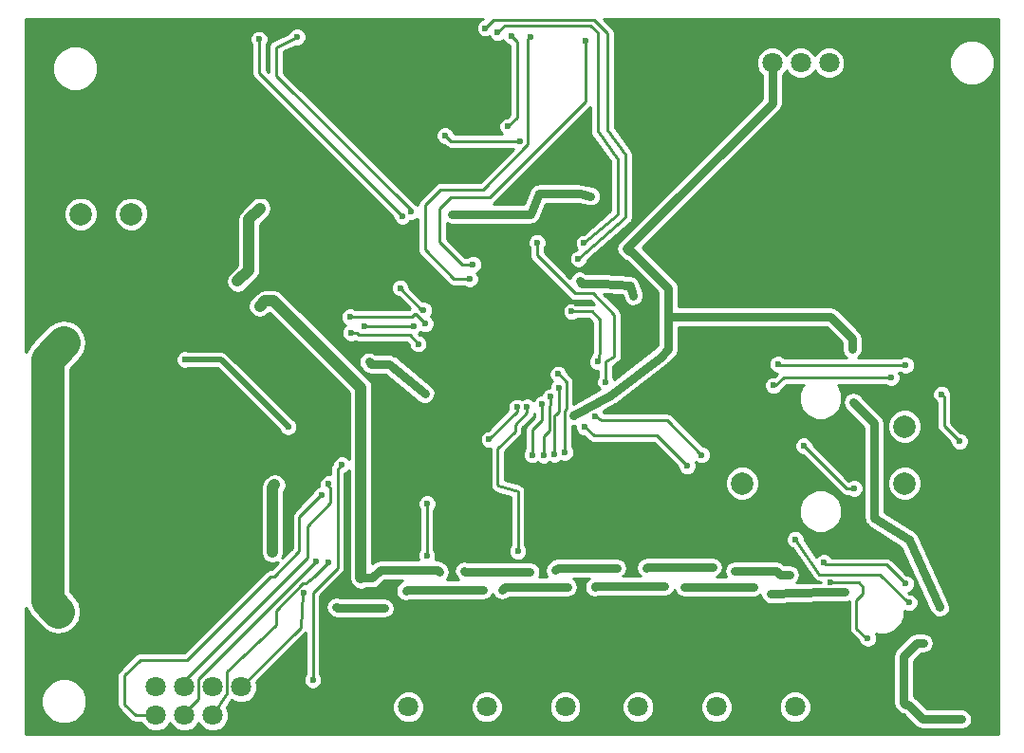
<source format=gbr>
G04 #@! TF.FileFunction,Copper,L2,Bot,Signal*
%FSLAX46Y46*%
G04 Gerber Fmt 4.6, Leading zero omitted, Abs format (unit mm)*
G04 Created by KiCad (PCBNEW 4.0.7) date 06/20/18 16:42:08*
%MOMM*%
%LPD*%
G01*
G04 APERTURE LIST*
%ADD10C,0.100000*%
%ADD11C,1.998980*%
%ADD12C,1.800000*%
%ADD13C,2.000000*%
%ADD14C,0.600000*%
%ADD15C,0.800000*%
%ADD16C,1.000000*%
%ADD17C,0.250000*%
%ADD18C,0.500000*%
%ADD19C,3.000000*%
%ADD20C,0.254000*%
G04 APERTURE END LIST*
D10*
D11*
X118000760Y-75000000D03*
X113499880Y-75000000D03*
D12*
X172650000Y-61500000D03*
X175190000Y-61500000D03*
X180259840Y-61500000D03*
X177719840Y-61500000D03*
X122730000Y-117230000D03*
X120190000Y-117230000D03*
X125270000Y-117230000D03*
X127810000Y-117230000D03*
X127810000Y-119770000D03*
X125270000Y-119770000D03*
X120190000Y-119770000D03*
X122730000Y-119770000D03*
X145259840Y-119000000D03*
X142719840Y-119000000D03*
X159259840Y-119000000D03*
X156719840Y-119000000D03*
X172759840Y-119000000D03*
X170219840Y-119000000D03*
X152259840Y-119000000D03*
X149719840Y-119000000D03*
X165759840Y-119000000D03*
X163219840Y-119000000D03*
X179759840Y-119000000D03*
X177219840Y-119000000D03*
D13*
X172500000Y-99040000D03*
X172500000Y-93960000D03*
X187000000Y-93960000D03*
X187000000Y-96500000D03*
X187000000Y-99040000D03*
D14*
X117460000Y-82900000D03*
X145600000Y-84200000D03*
X151500000Y-91990000D03*
X152340000Y-96690000D03*
X162000000Y-80100000D03*
X157800000Y-83000000D03*
X152200000Y-78200000D03*
X144230000Y-91050000D03*
X139200000Y-88200000D03*
X129460000Y-83240000D03*
X176750000Y-107225000D03*
X171825000Y-106875000D03*
X169850000Y-106525000D03*
X163975000Y-106575000D03*
X161325000Y-106600000D03*
X155825000Y-106825000D03*
X153575000Y-106925000D03*
X147725000Y-106850000D03*
X145500000Y-106975000D03*
X138500000Y-107500000D03*
X154215000Y-77545000D03*
X160300000Y-90000000D03*
X143000000Y-74800000D03*
X132800000Y-59200000D03*
X129400000Y-59400000D03*
X142200000Y-75200000D03*
X154625000Y-91975000D03*
X153775000Y-96500000D03*
X152500000Y-105125000D03*
X153330000Y-92210000D03*
X149925000Y-95125000D03*
X144400000Y-100875000D03*
X144375000Y-105500000D03*
X152410000Y-92260000D03*
X156700000Y-96275000D03*
X183725000Y-112900000D03*
X180400000Y-107850000D03*
X156100000Y-89300000D03*
X156125000Y-90500000D03*
X155775000Y-96450000D03*
X155400000Y-91325000D03*
X154800000Y-96525000D03*
X142000000Y-81600000D03*
X144090000Y-83570000D03*
X135600000Y-106100000D03*
X134500000Y-106000000D03*
X122800000Y-88000000D03*
X132000000Y-94000000D03*
X112000000Y-86500000D03*
X111500000Y-110500000D03*
X133400000Y-108800000D03*
X135000000Y-100100000D03*
X146000000Y-68000000D03*
X152700000Y-68500000D03*
X143600000Y-86600000D03*
X137600000Y-85600000D03*
X143200000Y-85000000D03*
X138800000Y-85000000D03*
X144230000Y-84800000D03*
X137510000Y-84200000D03*
X158450000Y-94025000D03*
X167600000Y-97500000D03*
X179800000Y-106100000D03*
X187100000Y-108000000D03*
X159400000Y-93050000D03*
X168900000Y-96500000D03*
X177230000Y-104040000D03*
X187400000Y-109700000D03*
X191900000Y-95300000D03*
X190300000Y-91100000D03*
X185800000Y-89600000D03*
X175300000Y-90300000D03*
X182500000Y-99500000D03*
X178000000Y-95700000D03*
X157300000Y-83700000D03*
X159600000Y-88200000D03*
X175700000Y-88400000D03*
X187100000Y-88500000D03*
X135600000Y-99100000D03*
X158500000Y-59500000D03*
X148500000Y-79500000D03*
X148200000Y-80800000D03*
X153600000Y-59200000D03*
X150700000Y-58800000D03*
X158400000Y-77600000D03*
X157900000Y-79000000D03*
X149600000Y-58400000D03*
X136800000Y-97400000D03*
X134200000Y-116600000D03*
X181625000Y-108775000D03*
X175075000Y-108925000D03*
X173550000Y-108300000D03*
X167350000Y-108325000D03*
X165600000Y-108250000D03*
X159350000Y-108300000D03*
X156950000Y-108300000D03*
X151100000Y-108550000D03*
X149400000Y-108550000D03*
X142500000Y-108650000D03*
X140600000Y-110200000D03*
X136300000Y-110100000D03*
X192100000Y-120100000D03*
X187100000Y-118800000D03*
X188700000Y-113300000D03*
X186900000Y-116400000D03*
X190150000Y-110110000D03*
X182400000Y-91800000D03*
X182300000Y-87100000D03*
X157450000Y-93025000D03*
X187400000Y-104100000D03*
X162200000Y-78100000D03*
X158000000Y-81000000D03*
X162800000Y-82300000D03*
X159000000Y-73400000D03*
X151900000Y-59100000D03*
X151600000Y-67200000D03*
X154400000Y-73200000D03*
X146600000Y-75000000D03*
X130600000Y-105200000D03*
X130800000Y-99200000D03*
X127500000Y-81000000D03*
X129500000Y-74500000D03*
D15*
X141000000Y-88400000D02*
X144230000Y-91050000D01*
X139400000Y-88400000D02*
X141000000Y-88400000D01*
X139200000Y-88200000D02*
X139400000Y-88400000D01*
D16*
X132500000Y-84500000D02*
X132450000Y-84500000D01*
X129940000Y-82760000D02*
X129460000Y-83240000D01*
X130710000Y-82760000D02*
X129940000Y-82760000D01*
X132450000Y-84500000D02*
X130710000Y-82760000D01*
D15*
X175875000Y-107225000D02*
X176750000Y-107225000D01*
X175525000Y-106875000D02*
X175875000Y-107225000D01*
X171825000Y-106875000D02*
X175525000Y-106875000D01*
X164025000Y-106525000D02*
X169850000Y-106525000D01*
X163975000Y-106575000D02*
X164025000Y-106525000D01*
X156050000Y-106600000D02*
X161325000Y-106600000D01*
X155825000Y-106825000D02*
X156050000Y-106600000D01*
X147800000Y-106925000D02*
X153575000Y-106925000D01*
X147725000Y-106850000D02*
X147800000Y-106925000D01*
X138500000Y-107500000D02*
X139500000Y-107500000D01*
X145300000Y-106775000D02*
X145500000Y-106975000D01*
X140225000Y-106775000D02*
X145300000Y-106775000D01*
X139500000Y-107500000D02*
X140225000Y-106775000D01*
D16*
X138500000Y-90500000D02*
X138500000Y-107500000D01*
X132500000Y-84500000D02*
X138500000Y-90500000D01*
D17*
X160300000Y-88200000D02*
X161100000Y-87700000D01*
X160300000Y-90000000D02*
X160300000Y-88200000D01*
X161100000Y-87700000D02*
X161100000Y-84000000D01*
X161100000Y-84000000D02*
X159200000Y-82100000D01*
X159200000Y-82100000D02*
X157600000Y-82100000D01*
X157600000Y-82100000D02*
X154200000Y-78700000D01*
X154200000Y-78700000D02*
X154215000Y-77545000D01*
X143000000Y-74600000D02*
X143000000Y-74800000D01*
X130920000Y-62695000D02*
X143000000Y-74600000D01*
X130920000Y-60095000D02*
X130920000Y-62695000D01*
X132800000Y-59200000D02*
X130920000Y-60095000D01*
X129400000Y-62400000D02*
X129400000Y-59400000D01*
X142200000Y-75200000D02*
X129400000Y-62400000D01*
X154625000Y-91975000D02*
X154625000Y-93405001D01*
X154625000Y-93405001D02*
X154440185Y-93589816D01*
X153775000Y-96500000D02*
X153775000Y-94255000D01*
X153775000Y-94255000D02*
X154440185Y-93589815D01*
X154440185Y-93589815D02*
X154440185Y-93589816D01*
X152246823Y-93827703D02*
X152246823Y-94393177D01*
X152246823Y-94393177D02*
X150700000Y-95940000D01*
X150700000Y-96650000D02*
X150700000Y-95940000D01*
X150745000Y-99265000D02*
X152500000Y-99730000D01*
X152500000Y-99730000D02*
X152500000Y-105125000D01*
X150745000Y-99265000D02*
X150770000Y-99240000D01*
X150700000Y-99170000D02*
X150770000Y-99240000D01*
X150700000Y-96650000D02*
X150700000Y-99170000D01*
X153330000Y-92210000D02*
X153330000Y-92740000D01*
X152258627Y-93811373D02*
X152246823Y-93827703D01*
X153330000Y-92740000D02*
X152258627Y-93811373D01*
X152410000Y-92260000D02*
X152410000Y-92640000D01*
X152410000Y-92640000D02*
X149925000Y-95125000D01*
X144400000Y-100875000D02*
X144375000Y-100900000D01*
X144375000Y-100900000D02*
X144375000Y-105500000D01*
X156825000Y-90080000D02*
X156825000Y-92375000D01*
X156825000Y-92375000D02*
X156675000Y-92525000D01*
X156700000Y-96275000D02*
X156700000Y-94490000D01*
X183600000Y-112900000D02*
X183725000Y-112900000D01*
X182700000Y-112000000D02*
X183600000Y-112900000D01*
X182700000Y-109475000D02*
X182700000Y-112000000D01*
X183275000Y-108900000D02*
X182700000Y-109475000D01*
X183275000Y-108275000D02*
X183275000Y-108900000D01*
X182900000Y-107900000D02*
X183275000Y-108275000D01*
X180450000Y-107900000D02*
X182900000Y-107900000D01*
X180400000Y-107850000D02*
X180450000Y-107900000D01*
X156700000Y-94490000D02*
X156675000Y-94465000D01*
X156675000Y-94465000D02*
X156675000Y-92525000D01*
X156100000Y-89300000D02*
X156140000Y-89300000D01*
X156825000Y-89985000D02*
X156825000Y-90080000D01*
X156140000Y-89300000D02*
X156825000Y-89985000D01*
X155775000Y-96450000D02*
X155775000Y-93005000D01*
X155775000Y-93005000D02*
X155901118Y-92878882D01*
X156125000Y-90500000D02*
X156125000Y-92655000D01*
X156125000Y-92655000D02*
X155901118Y-92878882D01*
X154800000Y-94930000D02*
X154800000Y-94870000D01*
X154800000Y-94870000D02*
X155302281Y-94367719D01*
X155302281Y-94367719D02*
X155302281Y-92142283D01*
X155400000Y-92044564D02*
X155302281Y-92142283D01*
X155400000Y-91325000D02*
X155400000Y-92044564D01*
X154800000Y-96525000D02*
X154800000Y-94930000D01*
X143890000Y-83570000D02*
X144090000Y-83570000D01*
X142000000Y-81600000D02*
X143890000Y-83570000D01*
X133573077Y-107965384D02*
X133334616Y-107965384D01*
X135600000Y-106100000D02*
X134300000Y-107400000D01*
X134300000Y-107400000D02*
X133573077Y-107965384D01*
X126536640Y-117773243D02*
X125270000Y-119770000D01*
X126550000Y-115850000D02*
X126536640Y-117773243D01*
X130900000Y-111700000D02*
X126550000Y-115850000D01*
X130900000Y-110400000D02*
X130900000Y-111700000D01*
X133334616Y-107965384D02*
X130900000Y-110400000D01*
X124000000Y-116500000D02*
X134500000Y-106000000D01*
X124000000Y-118300000D02*
X124000000Y-116500000D01*
X122730000Y-119570000D02*
X124000000Y-118300000D01*
X122730000Y-119770000D02*
X122730000Y-119570000D01*
D18*
X126000000Y-88000000D02*
X122800000Y-88000000D01*
X132000000Y-94000000D02*
X126000000Y-88000000D01*
D19*
X110500000Y-88000000D02*
X112000000Y-86500000D01*
X110500000Y-109500000D02*
X110500000Y-88000000D01*
X111500000Y-110500000D02*
X110500000Y-109500000D01*
D17*
X133100000Y-111940000D02*
X127810000Y-117230000D01*
X133300000Y-108900000D02*
X133100000Y-111940000D01*
X133400000Y-108800000D02*
X133300000Y-108900000D01*
X130450000Y-107350000D02*
X130750000Y-107350000D01*
X133400000Y-101650000D02*
X133400000Y-101600000D01*
X133000000Y-102050000D02*
X133400000Y-101650000D01*
X133000000Y-105100000D02*
X133000000Y-102050000D01*
X130750000Y-107350000D02*
X133000000Y-105100000D01*
X120190000Y-119770000D02*
X118370000Y-119770000D01*
X134900000Y-100100000D02*
X135000000Y-100100000D01*
X133400000Y-101600000D02*
X134900000Y-100100000D01*
X123000000Y-114800000D02*
X130450000Y-107350000D01*
X118800000Y-114800000D02*
X123000000Y-114800000D01*
X117400000Y-116200000D02*
X118800000Y-114800000D01*
X117400000Y-118800000D02*
X117400000Y-116200000D01*
X118370000Y-119770000D02*
X117400000Y-118800000D01*
X146500000Y-68500000D02*
X146000000Y-68000000D01*
X151500000Y-68500000D02*
X146500000Y-68500000D01*
X152700000Y-68500000D02*
X151500000Y-68500000D01*
X137600000Y-85600000D02*
X138120000Y-85600000D01*
X138320000Y-85800000D02*
X142851840Y-85800000D01*
X138120000Y-85600000D02*
X138320000Y-85800000D01*
X142851840Y-85800000D02*
X143600000Y-86600000D01*
X138800000Y-85000000D02*
X143200000Y-85000000D01*
X143370000Y-83940000D02*
X143270000Y-83940000D01*
X144230000Y-84800000D02*
X143370000Y-83940000D01*
X143020000Y-84190000D02*
X143270000Y-83940000D01*
X143270000Y-83940000D02*
X143300000Y-83910000D01*
X137520000Y-84190000D02*
X143020000Y-84190000D01*
X137510000Y-84200000D02*
X137520000Y-84190000D01*
X159300000Y-94800000D02*
X158450000Y-94025000D01*
X164900000Y-94800000D02*
X159300000Y-94800000D01*
X167600000Y-97500000D02*
X164900000Y-94800000D01*
X180000000Y-106300000D02*
X179800000Y-106100000D01*
X185400000Y-106300000D02*
X180000000Y-106300000D01*
X187100000Y-108000000D02*
X185400000Y-106300000D01*
X159400000Y-93050000D02*
X160000000Y-93400000D01*
X160000000Y-93400000D02*
X165800000Y-93400000D01*
X165800000Y-93400000D02*
X168900000Y-96500000D01*
X177230000Y-104040000D02*
X179400000Y-107200000D01*
X179400000Y-107200000D02*
X184800000Y-107200000D01*
X184800000Y-107200000D02*
X187300000Y-109700000D01*
X187300000Y-109700000D02*
X187400000Y-109700000D01*
X191900000Y-95300000D02*
X190500000Y-93900000D01*
X190500000Y-93900000D02*
X190500000Y-91300000D01*
X190500000Y-91300000D02*
X190300000Y-91100000D01*
X185800000Y-89600000D02*
X176200000Y-89600000D01*
X176200000Y-89600000D02*
X175500000Y-90300000D01*
X175500000Y-90300000D02*
X175300000Y-90300000D01*
X181800000Y-99500000D02*
X182500000Y-99500000D01*
X178000000Y-95700000D02*
X181800000Y-99500000D01*
X157300000Y-83700000D02*
X159100000Y-83700000D01*
X159100000Y-83700000D02*
X159800000Y-84400000D01*
X159800000Y-84400000D02*
X159800000Y-87300000D01*
X159800000Y-87300000D02*
X159600000Y-88200000D01*
X175700000Y-88400000D02*
X175800000Y-88500000D01*
X175800000Y-88500000D02*
X187100000Y-88500000D01*
X135600000Y-99100000D02*
X135600000Y-99250000D01*
X133700000Y-105700000D02*
X132200000Y-107200000D01*
X133700000Y-102850000D02*
X133700000Y-105700000D01*
X135750000Y-100800000D02*
X133700000Y-102850000D01*
X135750000Y-99500000D02*
X135750000Y-100800000D01*
X135600000Y-99250000D02*
X135750000Y-99500000D01*
X122730000Y-117230000D02*
X122730000Y-116670000D01*
X122730000Y-116670000D02*
X132200000Y-107200000D01*
X158500000Y-65000000D02*
X158500000Y-59500000D01*
X150000000Y-73500000D02*
X158500000Y-65000000D01*
X146500000Y-73500000D02*
X150000000Y-73500000D01*
X145500000Y-74500000D02*
X146500000Y-73500000D01*
X145500000Y-77500000D02*
X145500000Y-74500000D01*
X147500000Y-79500000D02*
X145500000Y-77500000D01*
X148500000Y-79500000D02*
X147500000Y-79500000D01*
X146800000Y-80800000D02*
X148200000Y-80800000D01*
X144200000Y-78200000D02*
X146800000Y-80800000D01*
X144200000Y-74200000D02*
X144200000Y-78200000D01*
X145600000Y-72800000D02*
X144200000Y-74200000D01*
X149400000Y-72800000D02*
X145600000Y-72800000D01*
X153400000Y-68800000D02*
X149400000Y-72800000D01*
X153400000Y-59400000D02*
X153400000Y-68800000D01*
X153600000Y-59200000D02*
X153400000Y-59400000D01*
X150700000Y-58800000D02*
X151300000Y-58200000D01*
X151300000Y-58200000D02*
X159000000Y-58200000D01*
X159000000Y-58200000D02*
X159600000Y-58800000D01*
X159600000Y-58800000D02*
X159600000Y-67600000D01*
X161400000Y-70100000D02*
X159600000Y-67600000D01*
X161400000Y-75000000D02*
X161400000Y-70100000D01*
X158400000Y-77600000D02*
X161400000Y-75000000D01*
X157900000Y-79000000D02*
X162100000Y-75300000D01*
X162100000Y-75300000D02*
X162100000Y-69700000D01*
X162100000Y-69700000D02*
X160500000Y-67500000D01*
X160500000Y-67500000D02*
X160500000Y-58900000D01*
X160500000Y-58900000D02*
X159300000Y-57700000D01*
X159300000Y-57700000D02*
X150300000Y-57700000D01*
X150300000Y-57700000D02*
X149600000Y-58400000D01*
X136800000Y-97400000D02*
X136400000Y-97800000D01*
X136400000Y-97800000D02*
X136400000Y-106600000D01*
X136400000Y-106600000D02*
X134200000Y-108800000D01*
X134200000Y-108800000D02*
X134200000Y-116600000D01*
D15*
X179975000Y-108775000D02*
X181625000Y-108775000D01*
X179975000Y-108775000D02*
X179975000Y-108775000D01*
X175075000Y-108925000D02*
X179975000Y-108775000D01*
X167375000Y-108300000D02*
X173550000Y-108300000D01*
X167350000Y-108325000D02*
X167375000Y-108300000D01*
X159400000Y-108250000D02*
X165600000Y-108250000D01*
X159350000Y-108300000D02*
X159400000Y-108250000D01*
X151350000Y-108300000D02*
X156950000Y-108300000D01*
X151100000Y-108550000D02*
X151350000Y-108300000D01*
X142600000Y-108550000D02*
X149400000Y-108550000D01*
X142500000Y-108650000D02*
X142600000Y-108550000D01*
X136400000Y-110200000D02*
X140600000Y-110200000D01*
X136300000Y-110100000D02*
X136400000Y-110200000D01*
X187100000Y-118800000D02*
X187300000Y-118800000D01*
X188600000Y-120100000D02*
X192100000Y-120100000D01*
X187300000Y-118800000D02*
X188600000Y-120100000D01*
X175190000Y-61500000D02*
X175190000Y-65110000D01*
X175190000Y-65110000D02*
X162200000Y-78100000D01*
X186900000Y-116400000D02*
X186900000Y-118600000D01*
X186900000Y-118600000D02*
X187100000Y-118800000D01*
X188100000Y-113300000D02*
X188700000Y-113300000D01*
X186900000Y-114500000D02*
X188100000Y-113300000D01*
X186900000Y-116400000D02*
X186900000Y-114500000D01*
X165900000Y-84200000D02*
X180400000Y-84200000D01*
X184300000Y-102100000D02*
X187400000Y-104100000D01*
X187400000Y-104100000D02*
X190150000Y-110110000D01*
X184300000Y-93700000D02*
X184300000Y-102100000D01*
X182400000Y-91800000D02*
X184300000Y-93700000D01*
X182300000Y-86100000D02*
X182300000Y-87100000D01*
X180400000Y-84200000D02*
X182300000Y-86100000D01*
X165200000Y-87800000D02*
X165900000Y-87100000D01*
X165900000Y-81600000D02*
X162600000Y-78300000D01*
X162600000Y-78300000D02*
X162400000Y-78300000D01*
X162400000Y-78300000D02*
X162200000Y-78100000D01*
X165900000Y-84200000D02*
X165900000Y-81600000D01*
X165900000Y-87100000D02*
X165900000Y-84200000D01*
X165200000Y-87800000D02*
X160700000Y-91200000D01*
X160700000Y-91200000D02*
X157450000Y-93025000D01*
X162500000Y-81400000D02*
X162800000Y-82300000D01*
X160000000Y-81200000D02*
X162500000Y-81400000D01*
X158200000Y-81200000D02*
X160000000Y-81200000D01*
X158000000Y-81000000D02*
X158200000Y-81200000D01*
D17*
X152400000Y-59600000D02*
X151900000Y-59100000D01*
X152400000Y-66400000D02*
X152400000Y-59600000D01*
X151600000Y-67200000D02*
X152400000Y-66400000D01*
D15*
X154400000Y-73200000D02*
X158000000Y-73200000D01*
X158000000Y-73200000D02*
X159000000Y-73400000D01*
X146600000Y-75000000D02*
X153600000Y-75000000D01*
X153600000Y-75000000D02*
X154400000Y-73200000D01*
D16*
X130600000Y-99400000D02*
X130600000Y-105200000D01*
X130800000Y-99200000D02*
X130600000Y-99400000D01*
X127500000Y-81000000D02*
X128500000Y-80000000D01*
X128500000Y-80000000D02*
X128500000Y-75500000D01*
X128500000Y-75500000D02*
X129500000Y-74500000D01*
D20*
G36*
X149132154Y-57698495D02*
X148899312Y-57930930D01*
X148773144Y-58234778D01*
X148772857Y-58563779D01*
X148898495Y-58867846D01*
X149130930Y-59100688D01*
X149434778Y-59226856D01*
X149763779Y-59227143D01*
X149949901Y-59150239D01*
X149998495Y-59267846D01*
X150230930Y-59500688D01*
X150534778Y-59626856D01*
X150863779Y-59627143D01*
X151167846Y-59501505D01*
X151170138Y-59499217D01*
X151198495Y-59567846D01*
X151430930Y-59800688D01*
X151734778Y-59926856D01*
X151748000Y-59926868D01*
X151748000Y-66129932D01*
X151505015Y-66372917D01*
X151436221Y-66372857D01*
X151132154Y-66498495D01*
X150899312Y-66730930D01*
X150773144Y-67034778D01*
X150772857Y-67363779D01*
X150898495Y-67667846D01*
X151078334Y-67848000D01*
X146827133Y-67848000D01*
X146827143Y-67836221D01*
X146701505Y-67532154D01*
X146469070Y-67299312D01*
X146165222Y-67173144D01*
X145836221Y-67172857D01*
X145532154Y-67298495D01*
X145299312Y-67530930D01*
X145173144Y-67834778D01*
X145172857Y-68163779D01*
X145298495Y-68467846D01*
X145530930Y-68700688D01*
X145834778Y-68826856D01*
X145904850Y-68826917D01*
X146038964Y-68961031D01*
X146038966Y-68961034D01*
X146180302Y-69055471D01*
X146250491Y-69102370D01*
X146500000Y-69152001D01*
X146500005Y-69152000D01*
X152125933Y-69152000D01*
X149129932Y-72148000D01*
X145600005Y-72148000D01*
X145600000Y-72147999D01*
X145391887Y-72189396D01*
X145350490Y-72197631D01*
X145210750Y-72291002D01*
X145138966Y-72338966D01*
X143738966Y-73738966D01*
X143597631Y-73950490D01*
X143597631Y-73950491D01*
X143551585Y-74181972D01*
X143469070Y-74099312D01*
X143385690Y-74064690D01*
X131572000Y-62422142D01*
X131572000Y-60506720D01*
X132605511Y-60014703D01*
X132634778Y-60026856D01*
X132963779Y-60027143D01*
X133267846Y-59901505D01*
X133500688Y-59669070D01*
X133626856Y-59365222D01*
X133627143Y-59036221D01*
X133501505Y-58732154D01*
X133269070Y-58499312D01*
X132965222Y-58373144D01*
X132636221Y-58372857D01*
X132332154Y-58498495D01*
X132099312Y-58730930D01*
X132057635Y-58831299D01*
X130639744Y-59506306D01*
X130551012Y-59572463D01*
X130458966Y-59633966D01*
X130449479Y-59648165D01*
X130435794Y-59658368D01*
X130379129Y-59753451D01*
X130317631Y-59845490D01*
X130314301Y-59862233D01*
X130305559Y-59876901D01*
X130289594Y-59986441D01*
X130268000Y-60095000D01*
X130268000Y-62345932D01*
X130052000Y-62129932D01*
X130052000Y-59917673D01*
X130100688Y-59869070D01*
X130226856Y-59565222D01*
X130227143Y-59236221D01*
X130101505Y-58932154D01*
X129869070Y-58699312D01*
X129565222Y-58573144D01*
X129236221Y-58572857D01*
X128932154Y-58698495D01*
X128699312Y-58930930D01*
X128573144Y-59234778D01*
X128572857Y-59563779D01*
X128698495Y-59867846D01*
X128748000Y-59917438D01*
X128748000Y-62399995D01*
X128747999Y-62400000D01*
X128757924Y-62449893D01*
X128797631Y-62649510D01*
X128938966Y-62861034D01*
X141372917Y-75294984D01*
X141372857Y-75363779D01*
X141498495Y-75667846D01*
X141730930Y-75900688D01*
X142034778Y-76026856D01*
X142363779Y-76027143D01*
X142667846Y-75901505D01*
X142900688Y-75669070D01*
X142918186Y-75626929D01*
X143163779Y-75627143D01*
X143467846Y-75501505D01*
X143548000Y-75421491D01*
X143548000Y-78199995D01*
X143547999Y-78200000D01*
X143589396Y-78408113D01*
X143597631Y-78449510D01*
X143638561Y-78510766D01*
X143738966Y-78661034D01*
X146338964Y-81261031D01*
X146338966Y-81261034D01*
X146550490Y-81402369D01*
X146800000Y-81452000D01*
X147682327Y-81452000D01*
X147730930Y-81500688D01*
X148034778Y-81626856D01*
X148363779Y-81627143D01*
X148667846Y-81501505D01*
X148900688Y-81269070D01*
X149026856Y-80965222D01*
X149027143Y-80636221D01*
X148901505Y-80332154D01*
X148828543Y-80259064D01*
X148967846Y-80201505D01*
X149200688Y-79969070D01*
X149326856Y-79665222D01*
X149327143Y-79336221D01*
X149201505Y-79032154D01*
X148969070Y-78799312D01*
X148665222Y-78673144D01*
X148336221Y-78672857D01*
X148032154Y-78798495D01*
X147982562Y-78848000D01*
X147770068Y-78848000D01*
X146152000Y-77229932D01*
X146152000Y-75794127D01*
X146245252Y-75856436D01*
X146600000Y-75927000D01*
X153600000Y-75927000D01*
X153765994Y-75893982D01*
X153932774Y-75865211D01*
X153942946Y-75858784D01*
X153954748Y-75856436D01*
X154095480Y-75762402D01*
X154238544Y-75672004D01*
X154245481Y-75662174D01*
X154255488Y-75655488D01*
X154349528Y-75514747D01*
X154447103Y-75376490D01*
X155002432Y-74127000D01*
X157908210Y-74127000D01*
X158818200Y-74308998D01*
X159179898Y-74309376D01*
X159514207Y-74171311D01*
X159770233Y-73915820D01*
X159908998Y-73581800D01*
X159909376Y-73220102D01*
X159771311Y-72885793D01*
X159515820Y-72629767D01*
X159181800Y-72491002D01*
X158181800Y-72291002D01*
X158090020Y-72290906D01*
X158000000Y-72273000D01*
X154400000Y-72273000D01*
X154234023Y-72306015D01*
X154067227Y-72334788D01*
X154057053Y-72341217D01*
X154045252Y-72343564D01*
X153904539Y-72437585D01*
X153761456Y-72527995D01*
X153754517Y-72537827D01*
X153744512Y-72544512D01*
X153650485Y-72685234D01*
X153552897Y-72823509D01*
X152997568Y-74073000D01*
X150293464Y-74073000D01*
X150461034Y-73961034D01*
X150461035Y-73961033D01*
X158948000Y-65474067D01*
X158948000Y-67600000D01*
X158962727Y-67674038D01*
X158965367Y-67749481D01*
X158987310Y-67797621D01*
X158997631Y-67849510D01*
X159039571Y-67912278D01*
X159070880Y-67980967D01*
X160748000Y-70310301D01*
X160748000Y-74702278D01*
X158358747Y-76772964D01*
X158236221Y-76772857D01*
X157932154Y-76898495D01*
X157699312Y-77130930D01*
X157573144Y-77434778D01*
X157572857Y-77763779D01*
X157698495Y-78067846D01*
X157803381Y-78172916D01*
X157736221Y-78172857D01*
X157432154Y-78298495D01*
X157199312Y-78530930D01*
X157073144Y-78834778D01*
X157072857Y-79163779D01*
X157198495Y-79467846D01*
X157430930Y-79700688D01*
X157734778Y-79826856D01*
X158063779Y-79827143D01*
X158367846Y-79701505D01*
X158600688Y-79469070D01*
X158726856Y-79165222D01*
X158726878Y-79140478D01*
X162530992Y-75789234D01*
X162543668Y-75772638D01*
X162561034Y-75761034D01*
X162620472Y-75672078D01*
X162685407Y-75587059D01*
X162690767Y-75566873D01*
X162702369Y-75549510D01*
X162723238Y-75444596D01*
X162750699Y-75341183D01*
X162747926Y-75320481D01*
X162752000Y-75300000D01*
X162752000Y-69700000D01*
X162736973Y-69624455D01*
X162733912Y-69547491D01*
X162712389Y-69500861D01*
X162702369Y-69450490D01*
X162659576Y-69386446D01*
X162627296Y-69316512D01*
X161152000Y-67287980D01*
X161152000Y-58900000D01*
X161102369Y-58650490D01*
X160961034Y-58438966D01*
X160961031Y-58438964D01*
X160124068Y-57602000D01*
X195398000Y-57602000D01*
X195398000Y-121398000D01*
X108602000Y-121398000D01*
X108602000Y-118901426D01*
X109972649Y-118901426D01*
X110280591Y-119646703D01*
X110850298Y-120217405D01*
X111595036Y-120526647D01*
X112401426Y-120527351D01*
X113146703Y-120219409D01*
X113717405Y-119649702D01*
X114026647Y-118904964D01*
X114027351Y-118098574D01*
X113719409Y-117353297D01*
X113149702Y-116782595D01*
X112404964Y-116473353D01*
X111598574Y-116472649D01*
X110853297Y-116780591D01*
X110282595Y-117350298D01*
X109973353Y-118095036D01*
X109972649Y-118901426D01*
X108602000Y-118901426D01*
X108602000Y-116200000D01*
X116747999Y-116200000D01*
X116748000Y-116200005D01*
X116748000Y-118799995D01*
X116747999Y-118800000D01*
X116779948Y-118960614D01*
X116797631Y-119049510D01*
X116880144Y-119173000D01*
X116938966Y-119261034D01*
X117908966Y-120231034D01*
X118120490Y-120372369D01*
X118370000Y-120422000D01*
X118915384Y-120422000D01*
X118979543Y-120577275D01*
X119380614Y-120979047D01*
X119904907Y-121196752D01*
X120472603Y-121197248D01*
X120997275Y-120980457D01*
X121399047Y-120579386D01*
X121459881Y-120432882D01*
X121519543Y-120577275D01*
X121920614Y-120979047D01*
X122444907Y-121196752D01*
X123012603Y-121197248D01*
X123537275Y-120980457D01*
X123939047Y-120579386D01*
X123999881Y-120432882D01*
X124059543Y-120577275D01*
X124460614Y-120979047D01*
X124984907Y-121196752D01*
X125552603Y-121197248D01*
X126077275Y-120980457D01*
X126479047Y-120579386D01*
X126696752Y-120055093D01*
X126697248Y-119487397D01*
X126612629Y-119282603D01*
X141292592Y-119282603D01*
X141509383Y-119807275D01*
X141910454Y-120209047D01*
X142434747Y-120426752D01*
X143002443Y-120427248D01*
X143527115Y-120210457D01*
X143928887Y-119809386D01*
X144146592Y-119285093D01*
X144146594Y-119282603D01*
X148292592Y-119282603D01*
X148509383Y-119807275D01*
X148910454Y-120209047D01*
X149434747Y-120426752D01*
X150002443Y-120427248D01*
X150527115Y-120210457D01*
X150928887Y-119809386D01*
X151146592Y-119285093D01*
X151146594Y-119282603D01*
X155292592Y-119282603D01*
X155509383Y-119807275D01*
X155910454Y-120209047D01*
X156434747Y-120426752D01*
X157002443Y-120427248D01*
X157527115Y-120210457D01*
X157928887Y-119809386D01*
X158146592Y-119285093D01*
X158146594Y-119282603D01*
X161792592Y-119282603D01*
X162009383Y-119807275D01*
X162410454Y-120209047D01*
X162934747Y-120426752D01*
X163502443Y-120427248D01*
X164027115Y-120210457D01*
X164428887Y-119809386D01*
X164646592Y-119285093D01*
X164646594Y-119282603D01*
X168792592Y-119282603D01*
X169009383Y-119807275D01*
X169410454Y-120209047D01*
X169934747Y-120426752D01*
X170502443Y-120427248D01*
X171027115Y-120210457D01*
X171428887Y-119809386D01*
X171646592Y-119285093D01*
X171646594Y-119282603D01*
X175792592Y-119282603D01*
X176009383Y-119807275D01*
X176410454Y-120209047D01*
X176934747Y-120426752D01*
X177502443Y-120427248D01*
X178027115Y-120210457D01*
X178428887Y-119809386D01*
X178646592Y-119285093D01*
X178647088Y-118717397D01*
X178430297Y-118192725D01*
X178029226Y-117790953D01*
X177504933Y-117573248D01*
X176937237Y-117572752D01*
X176412565Y-117789543D01*
X176010793Y-118190614D01*
X175793088Y-118714907D01*
X175792592Y-119282603D01*
X171646594Y-119282603D01*
X171647088Y-118717397D01*
X171430297Y-118192725D01*
X171029226Y-117790953D01*
X170504933Y-117573248D01*
X169937237Y-117572752D01*
X169412565Y-117789543D01*
X169010793Y-118190614D01*
X168793088Y-118714907D01*
X168792592Y-119282603D01*
X164646594Y-119282603D01*
X164647088Y-118717397D01*
X164430297Y-118192725D01*
X164029226Y-117790953D01*
X163504933Y-117573248D01*
X162937237Y-117572752D01*
X162412565Y-117789543D01*
X162010793Y-118190614D01*
X161793088Y-118714907D01*
X161792592Y-119282603D01*
X158146594Y-119282603D01*
X158147088Y-118717397D01*
X157930297Y-118192725D01*
X157529226Y-117790953D01*
X157004933Y-117573248D01*
X156437237Y-117572752D01*
X155912565Y-117789543D01*
X155510793Y-118190614D01*
X155293088Y-118714907D01*
X155292592Y-119282603D01*
X151146594Y-119282603D01*
X151147088Y-118717397D01*
X150930297Y-118192725D01*
X150529226Y-117790953D01*
X150004933Y-117573248D01*
X149437237Y-117572752D01*
X148912565Y-117789543D01*
X148510793Y-118190614D01*
X148293088Y-118714907D01*
X148292592Y-119282603D01*
X144146594Y-119282603D01*
X144147088Y-118717397D01*
X143930297Y-118192725D01*
X143529226Y-117790953D01*
X143004933Y-117573248D01*
X142437237Y-117572752D01*
X141912565Y-117789543D01*
X141510793Y-118190614D01*
X141293088Y-118714907D01*
X141292592Y-119282603D01*
X126612629Y-119282603D01*
X126509549Y-119033132D01*
X126930781Y-118369092D01*
X127000614Y-118439047D01*
X127524907Y-118656752D01*
X128092603Y-118657248D01*
X128617275Y-118440457D01*
X129019047Y-118039386D01*
X129236752Y-117515093D01*
X129237248Y-116947397D01*
X129172170Y-116789898D01*
X133548000Y-112414067D01*
X133548000Y-116082327D01*
X133499312Y-116130930D01*
X133373144Y-116434778D01*
X133372857Y-116763779D01*
X133498495Y-117067846D01*
X133730930Y-117300688D01*
X134034778Y-117426856D01*
X134363779Y-117427143D01*
X134667846Y-117301505D01*
X134900688Y-117069070D01*
X135026856Y-116765222D01*
X135027143Y-116436221D01*
X134901505Y-116132154D01*
X134852000Y-116082562D01*
X134852000Y-114500000D01*
X185973000Y-114500000D01*
X185973000Y-118600000D01*
X186043564Y-118954748D01*
X186177199Y-119154747D01*
X186244512Y-119255488D01*
X186444512Y-119455488D01*
X186745253Y-119656437D01*
X186870343Y-119681319D01*
X187944512Y-120755488D01*
X188245253Y-120956437D01*
X188600000Y-121027000D01*
X192100000Y-121027000D01*
X192454748Y-120956436D01*
X192755488Y-120755488D01*
X192956436Y-120454748D01*
X193027000Y-120100000D01*
X192956436Y-119745252D01*
X192755488Y-119444512D01*
X192454748Y-119243564D01*
X192100000Y-119173000D01*
X188983976Y-119173000D01*
X187955488Y-118144512D01*
X187886737Y-118098574D01*
X187827000Y-118058659D01*
X187827000Y-114883976D01*
X188483976Y-114227000D01*
X188700000Y-114227000D01*
X189054748Y-114156436D01*
X189355488Y-113955488D01*
X189556436Y-113654748D01*
X189627000Y-113300000D01*
X189556436Y-112945252D01*
X189355488Y-112644512D01*
X189054748Y-112443564D01*
X188700000Y-112373000D01*
X188100000Y-112373000D01*
X187745252Y-112443564D01*
X187444512Y-112644512D01*
X186244512Y-113844512D01*
X186043564Y-114145252D01*
X185973000Y-114500000D01*
X134852000Y-114500000D01*
X134852000Y-110100000D01*
X135373000Y-110100000D01*
X135443564Y-110454747D01*
X135644512Y-110755488D01*
X135744512Y-110855488D01*
X136045252Y-111056436D01*
X136400000Y-111127000D01*
X140600000Y-111127000D01*
X140954748Y-111056436D01*
X141255488Y-110855488D01*
X141456436Y-110554748D01*
X141527000Y-110200000D01*
X141456436Y-109845252D01*
X141255488Y-109544512D01*
X140954748Y-109343564D01*
X140600000Y-109273000D01*
X136698801Y-109273000D01*
X136654747Y-109243564D01*
X136300000Y-109173000D01*
X135945253Y-109243564D01*
X135644512Y-109444512D01*
X135443564Y-109745253D01*
X135373000Y-110100000D01*
X134852000Y-110100000D01*
X134852000Y-109070068D01*
X136861034Y-107061034D01*
X137002370Y-106849509D01*
X137052001Y-106600000D01*
X137052000Y-106599995D01*
X137052000Y-98190691D01*
X137267846Y-98101505D01*
X137473000Y-97896710D01*
X137473000Y-107500000D01*
X137551176Y-107893016D01*
X137773801Y-108226199D01*
X138106984Y-108448824D01*
X138500000Y-108527000D01*
X138893016Y-108448824D01*
X138925678Y-108427000D01*
X139500000Y-108427000D01*
X139854748Y-108356436D01*
X140155488Y-108155488D01*
X140608976Y-107702000D01*
X142232627Y-107702000D01*
X141965500Y-107880488D01*
X141944512Y-107894512D01*
X141844512Y-107994512D01*
X141643564Y-108295253D01*
X141573000Y-108650000D01*
X141643564Y-109004747D01*
X141844512Y-109305488D01*
X142145253Y-109506436D01*
X142500000Y-109577000D01*
X142854747Y-109506436D01*
X142898801Y-109477000D01*
X149400000Y-109477000D01*
X149754748Y-109406436D01*
X150055488Y-109205488D01*
X150250000Y-108914380D01*
X150444512Y-109205488D01*
X150745253Y-109406436D01*
X151100000Y-109477000D01*
X151454747Y-109406436D01*
X151723293Y-109227000D01*
X156950000Y-109227000D01*
X157304748Y-109156436D01*
X157605488Y-108955488D01*
X157806436Y-108654748D01*
X157877000Y-108300000D01*
X157806436Y-107945252D01*
X157605488Y-107644512D01*
X157429619Y-107527000D01*
X158845551Y-107527000D01*
X158744512Y-107594512D01*
X158694512Y-107644512D01*
X158493564Y-107945253D01*
X158423000Y-108300000D01*
X158493564Y-108654747D01*
X158694512Y-108955488D01*
X158995253Y-109156436D01*
X159350000Y-109227000D01*
X159601365Y-109177000D01*
X165600000Y-109177000D01*
X165954748Y-109106436D01*
X166255488Y-108905488D01*
X166456436Y-108604748D01*
X166467541Y-108548920D01*
X166493564Y-108679747D01*
X166694512Y-108980488D01*
X166995253Y-109181436D01*
X167350000Y-109252000D01*
X167475683Y-109227000D01*
X173550000Y-109227000D01*
X173904748Y-109156436D01*
X174156486Y-108988230D01*
X174229820Y-109305787D01*
X174439875Y-109600238D01*
X174746623Y-109791890D01*
X175103364Y-109851566D01*
X179989187Y-109702000D01*
X181625000Y-109702000D01*
X181979748Y-109631436D01*
X182048000Y-109585831D01*
X182048000Y-111999995D01*
X182047999Y-112000000D01*
X182085696Y-112189509D01*
X182097631Y-112249510D01*
X182179946Y-112372704D01*
X182238966Y-112461034D01*
X182937391Y-113159458D01*
X183023495Y-113367846D01*
X183255930Y-113600688D01*
X183559778Y-113726856D01*
X183888779Y-113727143D01*
X184192846Y-113601505D01*
X184425688Y-113369070D01*
X184551856Y-113065222D01*
X184552143Y-112736221D01*
X184438731Y-112461744D01*
X184595036Y-112526647D01*
X185401426Y-112527351D01*
X186146703Y-112219409D01*
X186717405Y-111649702D01*
X187026647Y-110904964D01*
X187027052Y-110440601D01*
X187234778Y-110526856D01*
X187563779Y-110527143D01*
X187867846Y-110401505D01*
X188100688Y-110169070D01*
X188226856Y-109865222D01*
X188227143Y-109536221D01*
X188101505Y-109232154D01*
X187869070Y-108999312D01*
X187565222Y-108873144D01*
X187395064Y-108872996D01*
X187324232Y-108802164D01*
X187567846Y-108701505D01*
X187800688Y-108469070D01*
X187926856Y-108165222D01*
X187927143Y-107836221D01*
X187801505Y-107532154D01*
X187569070Y-107299312D01*
X187265222Y-107173144D01*
X187195151Y-107173083D01*
X185861034Y-105838966D01*
X185837880Y-105823495D01*
X185649510Y-105697631D01*
X185608113Y-105689396D01*
X185400000Y-105647999D01*
X185399995Y-105648000D01*
X180508052Y-105648000D01*
X180501505Y-105632154D01*
X180269070Y-105399312D01*
X179965222Y-105273144D01*
X179636221Y-105272857D01*
X179332154Y-105398495D01*
X179107692Y-105622565D01*
X178056954Y-104092459D01*
X178057143Y-103876221D01*
X177931505Y-103572154D01*
X177699070Y-103339312D01*
X177395222Y-103213144D01*
X177066221Y-103212857D01*
X176762154Y-103338495D01*
X176529312Y-103570930D01*
X176403144Y-103874778D01*
X176402857Y-104203779D01*
X176528495Y-104507846D01*
X176760930Y-104740688D01*
X176983784Y-104833225D01*
X178862526Y-107569088D01*
X178905568Y-107611050D01*
X178938966Y-107661034D01*
X178995769Y-107698989D01*
X179044684Y-107746676D01*
X179100510Y-107768974D01*
X179150490Y-107802369D01*
X179217486Y-107815695D01*
X179280933Y-107841037D01*
X179341046Y-107840273D01*
X179400000Y-107852000D01*
X179572998Y-107852000D01*
X179572991Y-107859872D01*
X177333752Y-107928420D01*
X177405488Y-107880488D01*
X177606436Y-107579748D01*
X177677000Y-107225000D01*
X177606436Y-106870252D01*
X177405488Y-106569512D01*
X177104748Y-106368564D01*
X176750000Y-106298000D01*
X176258976Y-106298000D01*
X176180488Y-106219512D01*
X176112841Y-106174312D01*
X175879748Y-106018564D01*
X175525000Y-105948000D01*
X171825000Y-105948000D01*
X171470252Y-106018564D01*
X171169512Y-106219512D01*
X170968564Y-106520252D01*
X170898000Y-106875000D01*
X170968564Y-107229748D01*
X171064282Y-107373000D01*
X170217373Y-107373000D01*
X170505488Y-107180488D01*
X170706436Y-106879748D01*
X170777000Y-106525000D01*
X170706436Y-106170252D01*
X170505488Y-105869512D01*
X170204748Y-105668564D01*
X169850000Y-105598000D01*
X164025000Y-105598000D01*
X163670253Y-105668563D01*
X163369512Y-105869512D01*
X163319512Y-105919512D01*
X163118564Y-106220253D01*
X163048000Y-106575000D01*
X163118564Y-106929747D01*
X163319512Y-107230488D01*
X163457966Y-107323000D01*
X161879449Y-107323000D01*
X161980488Y-107255488D01*
X162181436Y-106954748D01*
X162252000Y-106600000D01*
X162181436Y-106245252D01*
X161980488Y-105944512D01*
X161679748Y-105743564D01*
X161325000Y-105673000D01*
X156050000Y-105673000D01*
X155695252Y-105743564D01*
X155433346Y-105918564D01*
X155394512Y-105944512D01*
X155169512Y-106169512D01*
X154968564Y-106470253D01*
X154898000Y-106825000D01*
X154968564Y-107179747D01*
X155097691Y-107373000D01*
X154369127Y-107373000D01*
X154431436Y-107279748D01*
X154502000Y-106925000D01*
X154431436Y-106570252D01*
X154230488Y-106269512D01*
X153929748Y-106068564D01*
X153575000Y-105998000D01*
X148086386Y-105998000D01*
X148079747Y-105993564D01*
X147725000Y-105923000D01*
X147370253Y-105993564D01*
X147069512Y-106194512D01*
X146868564Y-106495253D01*
X146798000Y-106850000D01*
X146868564Y-107204747D01*
X147069512Y-107505488D01*
X147144512Y-107580488D01*
X147208136Y-107623000D01*
X146160491Y-107623000D01*
X146356437Y-107329747D01*
X146427000Y-106975000D01*
X146356437Y-106620253D01*
X146155488Y-106319512D01*
X145955488Y-106119512D01*
X145926286Y-106100000D01*
X145654748Y-105918564D01*
X145300000Y-105848000D01*
X145125960Y-105848000D01*
X145201856Y-105665222D01*
X145202143Y-105336221D01*
X145076505Y-105032154D01*
X145027000Y-104982562D01*
X145027000Y-101417629D01*
X145100688Y-101344070D01*
X145226856Y-101040222D01*
X145227143Y-100711221D01*
X145101505Y-100407154D01*
X144869070Y-100174312D01*
X144565222Y-100048144D01*
X144236221Y-100047857D01*
X143932154Y-100173495D01*
X143699312Y-100405930D01*
X143573144Y-100709778D01*
X143572857Y-101038779D01*
X143698495Y-101342846D01*
X143723000Y-101367394D01*
X143723000Y-104982327D01*
X143674312Y-105030930D01*
X143548144Y-105334778D01*
X143547857Y-105663779D01*
X143623976Y-105848000D01*
X140225000Y-105848000D01*
X139870253Y-105918563D01*
X139569512Y-106119512D01*
X139527000Y-106162024D01*
X139527000Y-95288779D01*
X149097857Y-95288779D01*
X149223495Y-95592846D01*
X149455930Y-95825688D01*
X149759778Y-95951856D01*
X150048000Y-95952107D01*
X150048000Y-99169995D01*
X150047999Y-99170000D01*
X150082294Y-99342407D01*
X150097631Y-99419510D01*
X150134799Y-99475136D01*
X150142631Y-99514509D01*
X150167030Y-99551025D01*
X150181264Y-99592576D01*
X150237083Y-99655867D01*
X150283966Y-99726034D01*
X150320485Y-99750435D01*
X150349534Y-99783373D01*
X150425326Y-99820487D01*
X150495491Y-99867369D01*
X150538564Y-99875937D01*
X150578010Y-99895253D01*
X151848000Y-100231746D01*
X151848000Y-104607327D01*
X151799312Y-104655930D01*
X151673144Y-104959778D01*
X151672857Y-105288779D01*
X151798495Y-105592846D01*
X152030930Y-105825688D01*
X152334778Y-105951856D01*
X152663779Y-105952143D01*
X152967846Y-105826505D01*
X153200688Y-105594070D01*
X153326856Y-105290222D01*
X153327143Y-104961221D01*
X153201505Y-104657154D01*
X153152000Y-104607562D01*
X153152000Y-101931622D01*
X177572666Y-101931622D01*
X177865416Y-102640132D01*
X178407017Y-103182678D01*
X179115014Y-103476665D01*
X179881622Y-103477334D01*
X180590132Y-103184584D01*
X181132678Y-102642983D01*
X181426665Y-101934986D01*
X181427334Y-101168378D01*
X181134584Y-100459868D01*
X180592983Y-99917322D01*
X179884986Y-99623335D01*
X179118378Y-99622666D01*
X178409868Y-99915416D01*
X177867322Y-100457017D01*
X177573335Y-101165014D01*
X177572666Y-101931622D01*
X153152000Y-101931622D01*
X153152000Y-99730000D01*
X153143432Y-99686926D01*
X153146182Y-99643091D01*
X153118832Y-99563253D01*
X153102369Y-99480490D01*
X153077970Y-99443974D01*
X153063736Y-99402424D01*
X153010805Y-99342407D01*
X170972735Y-99342407D01*
X171204717Y-99903846D01*
X171633894Y-100333773D01*
X172194928Y-100566735D01*
X172802407Y-100567265D01*
X173363846Y-100335283D01*
X173793773Y-99906106D01*
X174026735Y-99345072D01*
X174027265Y-98737593D01*
X173795283Y-98176154D01*
X173366106Y-97746227D01*
X172805072Y-97513265D01*
X172197593Y-97512735D01*
X171636154Y-97744717D01*
X171206227Y-98173894D01*
X170973265Y-98734928D01*
X170972735Y-99342407D01*
X153010805Y-99342407D01*
X153007918Y-99339134D01*
X152961034Y-99268966D01*
X152924515Y-99244565D01*
X152895466Y-99211627D01*
X152819676Y-99174514D01*
X152749510Y-99127631D01*
X152706436Y-99119063D01*
X152666990Y-99099747D01*
X151352000Y-98751331D01*
X151352000Y-96210068D01*
X152707857Y-94854211D01*
X152759447Y-94777000D01*
X152849192Y-94642687D01*
X152898823Y-94393177D01*
X152898823Y-94093245D01*
X153791031Y-93201036D01*
X153791034Y-93201034D01*
X153932369Y-92989510D01*
X153973000Y-92785246D01*
X153973000Y-93134933D01*
X153313966Y-93793966D01*
X153172631Y-94005490D01*
X153172631Y-94005491D01*
X153122999Y-94255000D01*
X153123000Y-94255005D01*
X153123000Y-95982327D01*
X153074312Y-96030930D01*
X152948144Y-96334778D01*
X152947857Y-96663779D01*
X153073495Y-96967846D01*
X153305930Y-97200688D01*
X153609778Y-97326856D01*
X153938779Y-97327143D01*
X154242846Y-97201505D01*
X154274874Y-97169533D01*
X154330930Y-97225688D01*
X154634778Y-97351856D01*
X154963779Y-97352143D01*
X155267846Y-97226505D01*
X155332672Y-97161792D01*
X155609778Y-97276856D01*
X155938779Y-97277143D01*
X156242846Y-97151505D01*
X156363731Y-97030831D01*
X156534778Y-97101856D01*
X156863779Y-97102143D01*
X157167846Y-96976505D01*
X157400688Y-96744070D01*
X157526856Y-96440222D01*
X157527143Y-96111221D01*
X157401505Y-95807154D01*
X157352000Y-95757562D01*
X157352000Y-94490000D01*
X157327000Y-94364317D01*
X157327000Y-93927379D01*
X157560015Y-93945448D01*
X157623087Y-93924874D01*
X157622857Y-94188779D01*
X157748495Y-94492846D01*
X157980930Y-94725688D01*
X158284778Y-94851856D01*
X158389262Y-94851947D01*
X158860713Y-95281799D01*
X158956983Y-95339890D01*
X159050490Y-95402369D01*
X159065460Y-95405347D01*
X159078529Y-95413233D01*
X159189721Y-95430064D01*
X159300000Y-95452000D01*
X164629932Y-95452000D01*
X166772917Y-97594984D01*
X166772857Y-97663779D01*
X166898495Y-97967846D01*
X167130930Y-98200688D01*
X167434778Y-98326856D01*
X167763779Y-98327143D01*
X168067846Y-98201505D01*
X168300688Y-97969070D01*
X168426856Y-97665222D01*
X168427143Y-97336221D01*
X168328917Y-97098497D01*
X168430930Y-97200688D01*
X168734778Y-97326856D01*
X169063779Y-97327143D01*
X169367846Y-97201505D01*
X169600688Y-96969070D01*
X169726856Y-96665222D01*
X169727143Y-96336221D01*
X169601505Y-96032154D01*
X169433425Y-95863779D01*
X177172857Y-95863779D01*
X177298495Y-96167846D01*
X177530930Y-96400688D01*
X177834778Y-96526856D01*
X177904849Y-96526917D01*
X181338964Y-99961031D01*
X181338966Y-99961034D01*
X181437476Y-100026856D01*
X181550491Y-100102370D01*
X181800000Y-100152001D01*
X181800005Y-100152000D01*
X181982327Y-100152000D01*
X182030930Y-100200688D01*
X182334778Y-100326856D01*
X182663779Y-100327143D01*
X182967846Y-100201505D01*
X183200688Y-99969070D01*
X183326856Y-99665222D01*
X183327143Y-99336221D01*
X183201505Y-99032154D01*
X182969070Y-98799312D01*
X182665222Y-98673144D01*
X182336221Y-98672857D01*
X182032154Y-98798495D01*
X182026353Y-98804286D01*
X178827083Y-95605015D01*
X178827143Y-95536221D01*
X178701505Y-95232154D01*
X178469070Y-94999312D01*
X178165222Y-94873144D01*
X177836221Y-94872857D01*
X177532154Y-94998495D01*
X177299312Y-95230930D01*
X177173144Y-95534778D01*
X177172857Y-95863779D01*
X169433425Y-95863779D01*
X169369070Y-95799312D01*
X169065222Y-95673144D01*
X168995151Y-95673083D01*
X166261034Y-92938966D01*
X166218713Y-92910688D01*
X166049510Y-92797631D01*
X166008113Y-92789396D01*
X165800000Y-92747999D01*
X165799995Y-92748000D01*
X160176268Y-92748000D01*
X160168051Y-92743207D01*
X160107233Y-92596016D01*
X161153881Y-92008283D01*
X161201913Y-91967164D01*
X161258826Y-91939623D01*
X165758826Y-88539623D01*
X165801778Y-88491376D01*
X165855488Y-88455488D01*
X166555488Y-87755488D01*
X166592564Y-87700000D01*
X166756436Y-87454748D01*
X166827000Y-87100000D01*
X166827000Y-85127000D01*
X180016024Y-85127000D01*
X181373000Y-86483976D01*
X181373000Y-87100000D01*
X181443564Y-87454748D01*
X181644512Y-87755488D01*
X181782966Y-87848000D01*
X176317498Y-87848000D01*
X176169070Y-87699312D01*
X175865222Y-87573144D01*
X175536221Y-87572857D01*
X175232154Y-87698495D01*
X174999312Y-87930930D01*
X174873144Y-88234778D01*
X174872857Y-88563779D01*
X174998495Y-88867846D01*
X175230930Y-89100688D01*
X175534778Y-89226856D01*
X175650976Y-89226957D01*
X175404841Y-89473091D01*
X175136221Y-89472857D01*
X174832154Y-89598495D01*
X174599312Y-89830930D01*
X174473144Y-90134778D01*
X174472857Y-90463779D01*
X174598495Y-90767846D01*
X174830930Y-91000688D01*
X175134778Y-91126856D01*
X175463779Y-91127143D01*
X175767846Y-91001505D01*
X176000688Y-90769070D01*
X176034552Y-90687516D01*
X176470067Y-90252000D01*
X177972522Y-90252000D01*
X177867322Y-90357017D01*
X177573335Y-91065014D01*
X177572666Y-91831622D01*
X177865416Y-92540132D01*
X178407017Y-93082678D01*
X179115014Y-93376665D01*
X179881622Y-93377334D01*
X180590132Y-93084584D01*
X181132678Y-92542983D01*
X181426665Y-91834986D01*
X181426695Y-91800000D01*
X181473000Y-91800000D01*
X181543564Y-92154747D01*
X181744512Y-92455488D01*
X183373000Y-94083976D01*
X183373000Y-102100000D01*
X183392251Y-102196781D01*
X183393838Y-102295447D01*
X183427193Y-102372448D01*
X183443564Y-102454748D01*
X183498385Y-102536793D01*
X183537609Y-102627342D01*
X183597893Y-102685717D01*
X183644512Y-102755488D01*
X183726558Y-102810310D01*
X183797448Y-102878955D01*
X186669784Y-104732075D01*
X189307053Y-110495707D01*
X189518823Y-110788929D01*
X189826683Y-110978789D01*
X190183765Y-111036384D01*
X190535707Y-110952946D01*
X190828929Y-110741176D01*
X191018789Y-110433316D01*
X191076385Y-110076235D01*
X190992946Y-109724292D01*
X188242946Y-103714292D01*
X188194964Y-103647855D01*
X188162390Y-103572658D01*
X188090098Y-103502655D01*
X188031177Y-103421071D01*
X187961422Y-103378052D01*
X187902551Y-103321045D01*
X185227000Y-101594883D01*
X185227000Y-99342407D01*
X185472735Y-99342407D01*
X185704717Y-99903846D01*
X186133894Y-100333773D01*
X186694928Y-100566735D01*
X187302407Y-100567265D01*
X187863846Y-100335283D01*
X188293773Y-99906106D01*
X188526735Y-99345072D01*
X188527265Y-98737593D01*
X188295283Y-98176154D01*
X187866106Y-97746227D01*
X187305072Y-97513265D01*
X186697593Y-97512735D01*
X186136154Y-97744717D01*
X185706227Y-98173894D01*
X185473265Y-98734928D01*
X185472735Y-99342407D01*
X185227000Y-99342407D01*
X185227000Y-94262407D01*
X185472735Y-94262407D01*
X185704717Y-94823846D01*
X186133894Y-95253773D01*
X186694928Y-95486735D01*
X187302407Y-95487265D01*
X187863846Y-95255283D01*
X188293773Y-94826106D01*
X188526735Y-94265072D01*
X188527265Y-93657593D01*
X188295283Y-93096154D01*
X187866106Y-92666227D01*
X187305072Y-92433265D01*
X186697593Y-92432735D01*
X186136154Y-92664717D01*
X185706227Y-93093894D01*
X185473265Y-93654928D01*
X185472735Y-94262407D01*
X185227000Y-94262407D01*
X185227000Y-93700000D01*
X185217952Y-93654511D01*
X185156437Y-93345253D01*
X184955488Y-93044512D01*
X183174755Y-91263779D01*
X189472857Y-91263779D01*
X189598495Y-91567846D01*
X189830930Y-91800688D01*
X189848000Y-91807776D01*
X189848000Y-93899995D01*
X189847999Y-93900000D01*
X189889396Y-94108113D01*
X189897631Y-94149510D01*
X189999532Y-94302016D01*
X190038966Y-94361034D01*
X191072917Y-95394985D01*
X191072857Y-95463779D01*
X191198495Y-95767846D01*
X191430930Y-96000688D01*
X191734778Y-96126856D01*
X192063779Y-96127143D01*
X192367846Y-96001505D01*
X192600688Y-95769070D01*
X192726856Y-95465222D01*
X192727143Y-95136221D01*
X192601505Y-94832154D01*
X192369070Y-94599312D01*
X192065222Y-94473144D01*
X191995151Y-94473083D01*
X191152000Y-93629932D01*
X191152000Y-91300005D01*
X191152001Y-91300000D01*
X191126936Y-91173989D01*
X191127143Y-90936221D01*
X191001505Y-90632154D01*
X190769070Y-90399312D01*
X190465222Y-90273144D01*
X190136221Y-90272857D01*
X189832154Y-90398495D01*
X189599312Y-90630930D01*
X189473144Y-90934778D01*
X189472857Y-91263779D01*
X183174755Y-91263779D01*
X183055488Y-91144512D01*
X182754747Y-90943564D01*
X182400000Y-90873000D01*
X182045253Y-90943564D01*
X181744512Y-91144512D01*
X181543564Y-91445253D01*
X181473000Y-91800000D01*
X181426695Y-91800000D01*
X181427334Y-91068378D01*
X181134584Y-90359868D01*
X181026904Y-90252000D01*
X185282327Y-90252000D01*
X185330930Y-90300688D01*
X185634778Y-90426856D01*
X185963779Y-90427143D01*
X186267846Y-90301505D01*
X186500688Y-90069070D01*
X186626856Y-89765222D01*
X186627143Y-89436221D01*
X186509705Y-89152000D01*
X186582327Y-89152000D01*
X186630930Y-89200688D01*
X186934778Y-89326856D01*
X187263779Y-89327143D01*
X187567846Y-89201505D01*
X187800688Y-88969070D01*
X187926856Y-88665222D01*
X187927143Y-88336221D01*
X187801505Y-88032154D01*
X187569070Y-87799312D01*
X187265222Y-87673144D01*
X186936221Y-87672857D01*
X186632154Y-87798495D01*
X186582562Y-87848000D01*
X182817034Y-87848000D01*
X182955488Y-87755488D01*
X183156436Y-87454748D01*
X183227000Y-87100000D01*
X183227000Y-86100000D01*
X183186918Y-85898495D01*
X183156437Y-85745253D01*
X182955488Y-85444512D01*
X181055488Y-83544512D01*
X180987841Y-83499312D01*
X180754748Y-83343564D01*
X180400000Y-83273000D01*
X166827000Y-83273000D01*
X166827000Y-81600000D01*
X166807246Y-81500688D01*
X166756437Y-81245253D01*
X166555488Y-80944512D01*
X163610976Y-78000000D01*
X175845488Y-65765488D01*
X175921318Y-65652000D01*
X176046436Y-65464748D01*
X176117000Y-65110000D01*
X176117000Y-62590941D01*
X176399047Y-62309386D01*
X176454788Y-62175146D01*
X176509383Y-62307275D01*
X176910454Y-62709047D01*
X177434747Y-62926752D01*
X178002443Y-62927248D01*
X178527115Y-62710457D01*
X178928887Y-62309386D01*
X178989721Y-62162882D01*
X179049383Y-62307275D01*
X179450454Y-62709047D01*
X179974747Y-62926752D01*
X180542443Y-62927248D01*
X181067115Y-62710457D01*
X181468887Y-62309386D01*
X181638286Y-61901426D01*
X190972649Y-61901426D01*
X191280591Y-62646703D01*
X191850298Y-63217405D01*
X192595036Y-63526647D01*
X193401426Y-63527351D01*
X194146703Y-63219409D01*
X194717405Y-62649702D01*
X195026647Y-61904964D01*
X195027351Y-61098574D01*
X194719409Y-60353297D01*
X194149702Y-59782595D01*
X193404964Y-59473353D01*
X192598574Y-59472649D01*
X191853297Y-59780591D01*
X191282595Y-60350298D01*
X190973353Y-61095036D01*
X190972649Y-61901426D01*
X181638286Y-61901426D01*
X181686592Y-61785093D01*
X181687088Y-61217397D01*
X181470297Y-60692725D01*
X181069226Y-60290953D01*
X180544933Y-60073248D01*
X179977237Y-60072752D01*
X179452565Y-60289543D01*
X179050793Y-60690614D01*
X178989959Y-60837118D01*
X178930297Y-60692725D01*
X178529226Y-60290953D01*
X178004933Y-60073248D01*
X177437237Y-60072752D01*
X176912565Y-60289543D01*
X176510793Y-60690614D01*
X176455052Y-60824854D01*
X176400457Y-60692725D01*
X175999386Y-60290953D01*
X175475093Y-60073248D01*
X174907397Y-60072752D01*
X174382725Y-60289543D01*
X173980953Y-60690614D01*
X173763248Y-61214907D01*
X173762752Y-61782603D01*
X173979543Y-62307275D01*
X174263000Y-62591227D01*
X174263000Y-64726024D01*
X161544512Y-77444512D01*
X161343564Y-77745253D01*
X161273000Y-78100000D01*
X161343564Y-78454747D01*
X161544512Y-78755488D01*
X161744512Y-78955488D01*
X162045253Y-79156437D01*
X162170343Y-79181319D01*
X164973000Y-81983976D01*
X164973000Y-86716024D01*
X164589930Y-87099094D01*
X161089105Y-89744162D01*
X161001505Y-89532154D01*
X160952000Y-89482562D01*
X160952000Y-88561369D01*
X161445559Y-88252895D01*
X161499475Y-88202166D01*
X161561034Y-88161034D01*
X161591242Y-88115824D01*
X161630839Y-88078568D01*
X161661239Y-88011066D01*
X161702369Y-87949510D01*
X161712976Y-87896185D01*
X161735303Y-87846609D01*
X161737557Y-87772610D01*
X161752000Y-87700000D01*
X161752000Y-84000005D01*
X161752001Y-84000000D01*
X161702370Y-83750491D01*
X161623876Y-83633016D01*
X161561034Y-83538966D01*
X161561031Y-83538964D01*
X160165250Y-82143182D01*
X161814565Y-82275127D01*
X161920570Y-82593143D01*
X162099695Y-82907372D01*
X162385433Y-83129134D01*
X162734285Y-83224667D01*
X163093143Y-83179429D01*
X163407372Y-83000305D01*
X163629134Y-82714567D01*
X163724668Y-82365714D01*
X163679429Y-82006857D01*
X163379429Y-81106857D01*
X163291888Y-80953287D01*
X163205672Y-80798872D01*
X163202382Y-80796271D01*
X163200305Y-80792628D01*
X163060624Y-80684221D01*
X162921915Y-80574581D01*
X162917880Y-80573437D01*
X162914567Y-80570866D01*
X162744019Y-80524161D01*
X162573924Y-80475952D01*
X160073924Y-80275952D01*
X160036728Y-80280306D01*
X160000000Y-80273000D01*
X158548462Y-80273000D01*
X158354747Y-80143564D01*
X158000000Y-80073000D01*
X157645253Y-80143564D01*
X157344512Y-80344512D01*
X157143564Y-80645253D01*
X157130914Y-80708846D01*
X154855517Y-78433449D01*
X154860244Y-78069417D01*
X154915688Y-78014070D01*
X155041856Y-77710222D01*
X155042143Y-77381221D01*
X154916505Y-77077154D01*
X154684070Y-76844312D01*
X154380222Y-76718144D01*
X154051221Y-76717857D01*
X153747154Y-76843495D01*
X153514312Y-77075930D01*
X153388144Y-77379778D01*
X153387857Y-77708779D01*
X153513495Y-78012846D01*
X153556312Y-78055738D01*
X153548055Y-78691533D01*
X153548841Y-78695769D01*
X153547999Y-78700000D01*
X153572014Y-78820726D01*
X153594442Y-78941667D01*
X153596790Y-78945282D01*
X153597631Y-78949509D01*
X153665984Y-79051807D01*
X153733018Y-79155008D01*
X153736571Y-79157449D01*
X153738966Y-79161034D01*
X157138966Y-82561034D01*
X157350490Y-82702369D01*
X157600000Y-82752000D01*
X158929932Y-82752000D01*
X159257202Y-83079269D01*
X159100000Y-83047999D01*
X159099995Y-83048000D01*
X157817673Y-83048000D01*
X157769070Y-82999312D01*
X157465222Y-82873144D01*
X157136221Y-82872857D01*
X156832154Y-82998495D01*
X156599312Y-83230930D01*
X156473144Y-83534778D01*
X156472857Y-83863779D01*
X156598495Y-84167846D01*
X156830930Y-84400688D01*
X157134778Y-84526856D01*
X157463779Y-84527143D01*
X157767846Y-84401505D01*
X157817438Y-84352000D01*
X158829932Y-84352000D01*
X159148000Y-84670067D01*
X159148000Y-87228429D01*
X159075394Y-87555156D01*
X158899312Y-87730930D01*
X158773144Y-88034778D01*
X158772857Y-88363779D01*
X158898495Y-88667846D01*
X159130930Y-88900688D01*
X159434778Y-89026856D01*
X159648000Y-89027042D01*
X159648000Y-89482327D01*
X159599312Y-89530930D01*
X159473144Y-89834778D01*
X159472857Y-90163779D01*
X159598495Y-90467846D01*
X159782426Y-90652099D01*
X157477000Y-91946684D01*
X157477000Y-89985000D01*
X157427369Y-89735490D01*
X157286034Y-89523966D01*
X157286031Y-89523964D01*
X156927118Y-89165050D01*
X156927143Y-89136221D01*
X156801505Y-88832154D01*
X156569070Y-88599312D01*
X156265222Y-88473144D01*
X155936221Y-88472857D01*
X155632154Y-88598495D01*
X155399312Y-88830930D01*
X155273144Y-89134778D01*
X155272857Y-89463779D01*
X155398495Y-89767846D01*
X155542923Y-89912527D01*
X155424312Y-90030930D01*
X155298144Y-90334778D01*
X155298002Y-90497911D01*
X155236221Y-90497857D01*
X154932154Y-90623495D01*
X154699312Y-90855930D01*
X154578052Y-91147959D01*
X154461221Y-91147857D01*
X154157154Y-91273495D01*
X153924312Y-91505930D01*
X153886528Y-91596924D01*
X153799070Y-91509312D01*
X153495222Y-91383144D01*
X153166221Y-91382857D01*
X152862154Y-91508495D01*
X152831172Y-91539423D01*
X152575222Y-91433144D01*
X152246221Y-91432857D01*
X151942154Y-91558495D01*
X151709312Y-91790930D01*
X151583144Y-92094778D01*
X151582857Y-92423779D01*
X151618322Y-92509611D01*
X149830015Y-94297917D01*
X149761221Y-94297857D01*
X149457154Y-94423495D01*
X149224312Y-94655930D01*
X149098144Y-94959778D01*
X149097857Y-95288779D01*
X139527000Y-95288779D01*
X139527000Y-90500000D01*
X139448824Y-90106984D01*
X139226199Y-89773801D01*
X139226196Y-89773799D01*
X137652398Y-88200000D01*
X138273000Y-88200000D01*
X138343564Y-88554747D01*
X138544512Y-88855488D01*
X138744512Y-89055488D01*
X139045253Y-89256437D01*
X139400000Y-89327000D01*
X140668391Y-89327000D01*
X143642022Y-91766667D01*
X143961037Y-91937123D01*
X144320997Y-91972523D01*
X144667104Y-91867477D01*
X144946667Y-91637977D01*
X145117123Y-91318963D01*
X145152523Y-90959003D01*
X145047477Y-90612896D01*
X144817977Y-90333333D01*
X141587977Y-87683333D01*
X141467927Y-87619187D01*
X141354748Y-87543564D01*
X141309580Y-87534579D01*
X141268963Y-87512877D01*
X141133501Y-87499555D01*
X141000000Y-87473000D01*
X139748462Y-87473000D01*
X139554747Y-87343564D01*
X139200000Y-87273000D01*
X138845253Y-87343564D01*
X138544512Y-87544512D01*
X138343564Y-87845253D01*
X138273000Y-88200000D01*
X137652398Y-88200000D01*
X133816177Y-84363779D01*
X136682857Y-84363779D01*
X136808495Y-84667846D01*
X137040930Y-84900688D01*
X137103804Y-84926795D01*
X136899312Y-85130930D01*
X136773144Y-85434778D01*
X136772857Y-85763779D01*
X136898495Y-86067846D01*
X137130930Y-86300688D01*
X137434778Y-86426856D01*
X137763779Y-86427143D01*
X137976205Y-86339370D01*
X138070491Y-86402370D01*
X138320000Y-86452001D01*
X138320005Y-86452000D01*
X142568899Y-86452000D01*
X142772939Y-86670178D01*
X142772857Y-86763779D01*
X142898495Y-87067846D01*
X143130930Y-87300688D01*
X143434778Y-87426856D01*
X143763779Y-87427143D01*
X144067846Y-87301505D01*
X144300688Y-87069070D01*
X144426856Y-86765222D01*
X144427143Y-86436221D01*
X144301505Y-86132154D01*
X144069070Y-85899312D01*
X143765222Y-85773144D01*
X143719378Y-85773104D01*
X143656719Y-85706103D01*
X143667846Y-85701505D01*
X143837263Y-85532384D01*
X144064778Y-85626856D01*
X144393779Y-85627143D01*
X144697846Y-85501505D01*
X144930688Y-85269070D01*
X145056856Y-84965222D01*
X145057143Y-84636221D01*
X144931505Y-84332154D01*
X144714678Y-84114947D01*
X144790688Y-84039070D01*
X144916856Y-83735222D01*
X144917143Y-83406221D01*
X144791505Y-83102154D01*
X144559070Y-82869312D01*
X144255222Y-82743144D01*
X144000047Y-82742921D01*
X142827070Y-81520293D01*
X142827143Y-81436221D01*
X142701505Y-81132154D01*
X142469070Y-80899312D01*
X142165222Y-80773144D01*
X141836221Y-80772857D01*
X141532154Y-80898495D01*
X141299312Y-81130930D01*
X141173144Y-81434778D01*
X141172857Y-81763779D01*
X141298495Y-82067846D01*
X141530930Y-82300688D01*
X141834778Y-82426856D01*
X141889785Y-82426904D01*
X142858086Y-83436191D01*
X142838966Y-83448967D01*
X142808966Y-83478966D01*
X142808964Y-83478969D01*
X142749933Y-83538000D01*
X138017690Y-83538000D01*
X137979070Y-83499312D01*
X137675222Y-83373144D01*
X137346221Y-83372857D01*
X137042154Y-83498495D01*
X136809312Y-83730930D01*
X136683144Y-84034778D01*
X136682857Y-84363779D01*
X133816177Y-84363779D01*
X133226199Y-83773801D01*
X133075514Y-83673117D01*
X131436199Y-82033801D01*
X131103016Y-81811176D01*
X130710000Y-81733000D01*
X129940005Y-81733000D01*
X129940000Y-81732999D01*
X129546985Y-81811175D01*
X129517420Y-81830930D01*
X129213801Y-82033801D01*
X129213799Y-82033804D01*
X128733801Y-82513801D01*
X128511176Y-82846984D01*
X128433000Y-83240000D01*
X128511176Y-83633016D01*
X128733801Y-83966199D01*
X129066984Y-84188824D01*
X129460000Y-84267000D01*
X129853016Y-84188824D01*
X130186199Y-83966199D01*
X130325000Y-83827398D01*
X131723799Y-85226196D01*
X131723801Y-85226199D01*
X131874483Y-85326881D01*
X137473000Y-90925397D01*
X137473000Y-96903599D01*
X137269070Y-96699312D01*
X136965222Y-96573144D01*
X136636221Y-96572857D01*
X136332154Y-96698495D01*
X136099312Y-96930930D01*
X135973144Y-97234778D01*
X135973083Y-97304849D01*
X135938966Y-97338966D01*
X135797631Y-97550490D01*
X135797631Y-97550491D01*
X135747999Y-97800000D01*
X135748000Y-97800005D01*
X135748000Y-98273129D01*
X135436221Y-98272857D01*
X135132154Y-98398495D01*
X134899312Y-98630930D01*
X134773144Y-98934778D01*
X134772857Y-99263779D01*
X134785301Y-99293897D01*
X134532154Y-99398495D01*
X134299312Y-99630930D01*
X134194439Y-99883494D01*
X132938966Y-101138966D01*
X132838283Y-101289650D01*
X132538966Y-101588966D01*
X132397631Y-101800490D01*
X132397631Y-101800491D01*
X132347999Y-102050000D01*
X132348000Y-102050005D01*
X132348000Y-104829933D01*
X131476146Y-105701786D01*
X131548824Y-105593016D01*
X131627000Y-105200000D01*
X131627000Y-99775338D01*
X131748824Y-99593015D01*
X131827001Y-99200000D01*
X131748824Y-98806984D01*
X131526199Y-98473801D01*
X131193016Y-98251176D01*
X130800000Y-98172999D01*
X130406985Y-98251176D01*
X130073802Y-98473801D01*
X129873801Y-98673801D01*
X129651176Y-99006984D01*
X129573000Y-99400000D01*
X129573000Y-105200000D01*
X129651176Y-105593016D01*
X129873801Y-105926199D01*
X130206984Y-106148824D01*
X130600000Y-106227000D01*
X130993016Y-106148824D01*
X131101786Y-106076147D01*
X130479932Y-106698000D01*
X130450005Y-106698000D01*
X130450000Y-106697999D01*
X130241887Y-106739396D01*
X130200490Y-106747631D01*
X130047283Y-106850000D01*
X129988966Y-106888966D01*
X122729932Y-114148000D01*
X118800005Y-114148000D01*
X118800000Y-114147999D01*
X118591887Y-114189396D01*
X118550490Y-114197631D01*
X118338966Y-114338966D01*
X116938966Y-115738966D01*
X116797631Y-115950490D01*
X116797631Y-115950491D01*
X116747999Y-116200000D01*
X108602000Y-116200000D01*
X108602000Y-110148527D01*
X108627296Y-110275700D01*
X109066695Y-110933305D01*
X110066695Y-111933306D01*
X110724301Y-112372704D01*
X111500000Y-112527000D01*
X112275700Y-112372704D01*
X112933306Y-111933306D01*
X113372704Y-111275700D01*
X113527000Y-110500000D01*
X113372704Y-109724301D01*
X112933306Y-109066695D01*
X112527000Y-108660389D01*
X112527000Y-88839610D01*
X113202831Y-88163779D01*
X121972857Y-88163779D01*
X122098495Y-88467846D01*
X122330930Y-88700688D01*
X122634778Y-88826856D01*
X122963779Y-88827143D01*
X123085134Y-88777000D01*
X125678156Y-88777000D01*
X131248849Y-94347693D01*
X131298495Y-94467846D01*
X131530930Y-94700688D01*
X131834778Y-94826856D01*
X132163779Y-94827143D01*
X132467846Y-94701505D01*
X132700688Y-94469070D01*
X132826856Y-94165222D01*
X132827143Y-93836221D01*
X132701505Y-93532154D01*
X132469070Y-93299312D01*
X132347801Y-93248957D01*
X126549422Y-87450578D01*
X126297345Y-87282146D01*
X126000000Y-87223000D01*
X123085289Y-87223000D01*
X122965222Y-87173144D01*
X122636221Y-87172857D01*
X122332154Y-87298495D01*
X122099312Y-87530930D01*
X121973144Y-87834778D01*
X121972857Y-88163779D01*
X113202831Y-88163779D01*
X113433305Y-87933306D01*
X113872703Y-87275700D01*
X114026999Y-86500000D01*
X113872703Y-85724301D01*
X113433305Y-85066695D01*
X112775699Y-84627297D01*
X112000000Y-84473001D01*
X111224300Y-84627297D01*
X110566694Y-85066695D01*
X109066695Y-86566695D01*
X108627296Y-87224300D01*
X108612102Y-87300688D01*
X108602000Y-87351473D01*
X108602000Y-81000000D01*
X126473000Y-81000000D01*
X126551176Y-81393016D01*
X126773801Y-81726199D01*
X127106984Y-81948824D01*
X127500000Y-82027000D01*
X127893016Y-81948824D01*
X128226199Y-81726199D01*
X129226196Y-80726201D01*
X129226199Y-80726199D01*
X129448824Y-80393016D01*
X129467463Y-80299312D01*
X129527001Y-80000000D01*
X129527000Y-79999995D01*
X129527000Y-75925398D01*
X130226199Y-75226198D01*
X130448824Y-74893015D01*
X130527001Y-74500000D01*
X130448824Y-74106984D01*
X130226199Y-73773801D01*
X129893016Y-73551176D01*
X129500000Y-73472999D01*
X129106985Y-73551176D01*
X128773802Y-73773801D01*
X127773801Y-74773801D01*
X127551176Y-75106984D01*
X127473000Y-75500000D01*
X127473000Y-79574603D01*
X126773801Y-80273801D01*
X126551176Y-80606984D01*
X126473000Y-81000000D01*
X108602000Y-81000000D01*
X108602000Y-75302306D01*
X111973125Y-75302306D01*
X112205030Y-75863558D01*
X112634064Y-76293341D01*
X113194910Y-76526225D01*
X113802186Y-76526755D01*
X114363438Y-76294850D01*
X114793221Y-75865816D01*
X115026105Y-75304970D01*
X115026107Y-75302306D01*
X116474005Y-75302306D01*
X116705910Y-75863558D01*
X117134944Y-76293341D01*
X117695790Y-76526225D01*
X118303066Y-76526755D01*
X118864318Y-76294850D01*
X119294101Y-75865816D01*
X119526985Y-75304970D01*
X119527515Y-74697694D01*
X119295610Y-74136442D01*
X118866576Y-73706659D01*
X118305730Y-73473775D01*
X117698454Y-73473245D01*
X117137202Y-73705150D01*
X116707419Y-74134184D01*
X116474535Y-74695030D01*
X116474005Y-75302306D01*
X115026107Y-75302306D01*
X115026635Y-74697694D01*
X114794730Y-74136442D01*
X114365696Y-73706659D01*
X113804850Y-73473775D01*
X113197574Y-73473245D01*
X112636322Y-73705150D01*
X112206539Y-74134184D01*
X111973655Y-74695030D01*
X111973125Y-75302306D01*
X108602000Y-75302306D01*
X108602000Y-62401426D01*
X110972649Y-62401426D01*
X111280591Y-63146703D01*
X111850298Y-63717405D01*
X112595036Y-64026647D01*
X113401426Y-64027351D01*
X114146703Y-63719409D01*
X114717405Y-63149702D01*
X115026647Y-62404964D01*
X115027351Y-61598574D01*
X114719409Y-60853297D01*
X114149702Y-60282595D01*
X113404964Y-59973353D01*
X112598574Y-59972649D01*
X111853297Y-60280591D01*
X111282595Y-60850298D01*
X110973353Y-61595036D01*
X110972649Y-62401426D01*
X108602000Y-62401426D01*
X108602000Y-57602000D01*
X149365690Y-57602000D01*
X149132154Y-57698495D01*
X149132154Y-57698495D01*
G37*
X149132154Y-57698495D02*
X148899312Y-57930930D01*
X148773144Y-58234778D01*
X148772857Y-58563779D01*
X148898495Y-58867846D01*
X149130930Y-59100688D01*
X149434778Y-59226856D01*
X149763779Y-59227143D01*
X149949901Y-59150239D01*
X149998495Y-59267846D01*
X150230930Y-59500688D01*
X150534778Y-59626856D01*
X150863779Y-59627143D01*
X151167846Y-59501505D01*
X151170138Y-59499217D01*
X151198495Y-59567846D01*
X151430930Y-59800688D01*
X151734778Y-59926856D01*
X151748000Y-59926868D01*
X151748000Y-66129932D01*
X151505015Y-66372917D01*
X151436221Y-66372857D01*
X151132154Y-66498495D01*
X150899312Y-66730930D01*
X150773144Y-67034778D01*
X150772857Y-67363779D01*
X150898495Y-67667846D01*
X151078334Y-67848000D01*
X146827133Y-67848000D01*
X146827143Y-67836221D01*
X146701505Y-67532154D01*
X146469070Y-67299312D01*
X146165222Y-67173144D01*
X145836221Y-67172857D01*
X145532154Y-67298495D01*
X145299312Y-67530930D01*
X145173144Y-67834778D01*
X145172857Y-68163779D01*
X145298495Y-68467846D01*
X145530930Y-68700688D01*
X145834778Y-68826856D01*
X145904850Y-68826917D01*
X146038964Y-68961031D01*
X146038966Y-68961034D01*
X146180302Y-69055471D01*
X146250491Y-69102370D01*
X146500000Y-69152001D01*
X146500005Y-69152000D01*
X152125933Y-69152000D01*
X149129932Y-72148000D01*
X145600005Y-72148000D01*
X145600000Y-72147999D01*
X145391887Y-72189396D01*
X145350490Y-72197631D01*
X145210750Y-72291002D01*
X145138966Y-72338966D01*
X143738966Y-73738966D01*
X143597631Y-73950490D01*
X143597631Y-73950491D01*
X143551585Y-74181972D01*
X143469070Y-74099312D01*
X143385690Y-74064690D01*
X131572000Y-62422142D01*
X131572000Y-60506720D01*
X132605511Y-60014703D01*
X132634778Y-60026856D01*
X132963779Y-60027143D01*
X133267846Y-59901505D01*
X133500688Y-59669070D01*
X133626856Y-59365222D01*
X133627143Y-59036221D01*
X133501505Y-58732154D01*
X133269070Y-58499312D01*
X132965222Y-58373144D01*
X132636221Y-58372857D01*
X132332154Y-58498495D01*
X132099312Y-58730930D01*
X132057635Y-58831299D01*
X130639744Y-59506306D01*
X130551012Y-59572463D01*
X130458966Y-59633966D01*
X130449479Y-59648165D01*
X130435794Y-59658368D01*
X130379129Y-59753451D01*
X130317631Y-59845490D01*
X130314301Y-59862233D01*
X130305559Y-59876901D01*
X130289594Y-59986441D01*
X130268000Y-60095000D01*
X130268000Y-62345932D01*
X130052000Y-62129932D01*
X130052000Y-59917673D01*
X130100688Y-59869070D01*
X130226856Y-59565222D01*
X130227143Y-59236221D01*
X130101505Y-58932154D01*
X129869070Y-58699312D01*
X129565222Y-58573144D01*
X129236221Y-58572857D01*
X128932154Y-58698495D01*
X128699312Y-58930930D01*
X128573144Y-59234778D01*
X128572857Y-59563779D01*
X128698495Y-59867846D01*
X128748000Y-59917438D01*
X128748000Y-62399995D01*
X128747999Y-62400000D01*
X128757924Y-62449893D01*
X128797631Y-62649510D01*
X128938966Y-62861034D01*
X141372917Y-75294984D01*
X141372857Y-75363779D01*
X141498495Y-75667846D01*
X141730930Y-75900688D01*
X142034778Y-76026856D01*
X142363779Y-76027143D01*
X142667846Y-75901505D01*
X142900688Y-75669070D01*
X142918186Y-75626929D01*
X143163779Y-75627143D01*
X143467846Y-75501505D01*
X143548000Y-75421491D01*
X143548000Y-78199995D01*
X143547999Y-78200000D01*
X143589396Y-78408113D01*
X143597631Y-78449510D01*
X143638561Y-78510766D01*
X143738966Y-78661034D01*
X146338964Y-81261031D01*
X146338966Y-81261034D01*
X146550490Y-81402369D01*
X146800000Y-81452000D01*
X147682327Y-81452000D01*
X147730930Y-81500688D01*
X148034778Y-81626856D01*
X148363779Y-81627143D01*
X148667846Y-81501505D01*
X148900688Y-81269070D01*
X149026856Y-80965222D01*
X149027143Y-80636221D01*
X148901505Y-80332154D01*
X148828543Y-80259064D01*
X148967846Y-80201505D01*
X149200688Y-79969070D01*
X149326856Y-79665222D01*
X149327143Y-79336221D01*
X149201505Y-79032154D01*
X148969070Y-78799312D01*
X148665222Y-78673144D01*
X148336221Y-78672857D01*
X148032154Y-78798495D01*
X147982562Y-78848000D01*
X147770068Y-78848000D01*
X146152000Y-77229932D01*
X146152000Y-75794127D01*
X146245252Y-75856436D01*
X146600000Y-75927000D01*
X153600000Y-75927000D01*
X153765994Y-75893982D01*
X153932774Y-75865211D01*
X153942946Y-75858784D01*
X153954748Y-75856436D01*
X154095480Y-75762402D01*
X154238544Y-75672004D01*
X154245481Y-75662174D01*
X154255488Y-75655488D01*
X154349528Y-75514747D01*
X154447103Y-75376490D01*
X155002432Y-74127000D01*
X157908210Y-74127000D01*
X158818200Y-74308998D01*
X159179898Y-74309376D01*
X159514207Y-74171311D01*
X159770233Y-73915820D01*
X159908998Y-73581800D01*
X159909376Y-73220102D01*
X159771311Y-72885793D01*
X159515820Y-72629767D01*
X159181800Y-72491002D01*
X158181800Y-72291002D01*
X158090020Y-72290906D01*
X158000000Y-72273000D01*
X154400000Y-72273000D01*
X154234023Y-72306015D01*
X154067227Y-72334788D01*
X154057053Y-72341217D01*
X154045252Y-72343564D01*
X153904539Y-72437585D01*
X153761456Y-72527995D01*
X153754517Y-72537827D01*
X153744512Y-72544512D01*
X153650485Y-72685234D01*
X153552897Y-72823509D01*
X152997568Y-74073000D01*
X150293464Y-74073000D01*
X150461034Y-73961034D01*
X150461035Y-73961033D01*
X158948000Y-65474067D01*
X158948000Y-67600000D01*
X158962727Y-67674038D01*
X158965367Y-67749481D01*
X158987310Y-67797621D01*
X158997631Y-67849510D01*
X159039571Y-67912278D01*
X159070880Y-67980967D01*
X160748000Y-70310301D01*
X160748000Y-74702278D01*
X158358747Y-76772964D01*
X158236221Y-76772857D01*
X157932154Y-76898495D01*
X157699312Y-77130930D01*
X157573144Y-77434778D01*
X157572857Y-77763779D01*
X157698495Y-78067846D01*
X157803381Y-78172916D01*
X157736221Y-78172857D01*
X157432154Y-78298495D01*
X157199312Y-78530930D01*
X157073144Y-78834778D01*
X157072857Y-79163779D01*
X157198495Y-79467846D01*
X157430930Y-79700688D01*
X157734778Y-79826856D01*
X158063779Y-79827143D01*
X158367846Y-79701505D01*
X158600688Y-79469070D01*
X158726856Y-79165222D01*
X158726878Y-79140478D01*
X162530992Y-75789234D01*
X162543668Y-75772638D01*
X162561034Y-75761034D01*
X162620472Y-75672078D01*
X162685407Y-75587059D01*
X162690767Y-75566873D01*
X162702369Y-75549510D01*
X162723238Y-75444596D01*
X162750699Y-75341183D01*
X162747926Y-75320481D01*
X162752000Y-75300000D01*
X162752000Y-69700000D01*
X162736973Y-69624455D01*
X162733912Y-69547491D01*
X162712389Y-69500861D01*
X162702369Y-69450490D01*
X162659576Y-69386446D01*
X162627296Y-69316512D01*
X161152000Y-67287980D01*
X161152000Y-58900000D01*
X161102369Y-58650490D01*
X160961034Y-58438966D01*
X160961031Y-58438964D01*
X160124068Y-57602000D01*
X195398000Y-57602000D01*
X195398000Y-121398000D01*
X108602000Y-121398000D01*
X108602000Y-118901426D01*
X109972649Y-118901426D01*
X110280591Y-119646703D01*
X110850298Y-120217405D01*
X111595036Y-120526647D01*
X112401426Y-120527351D01*
X113146703Y-120219409D01*
X113717405Y-119649702D01*
X114026647Y-118904964D01*
X114027351Y-118098574D01*
X113719409Y-117353297D01*
X113149702Y-116782595D01*
X112404964Y-116473353D01*
X111598574Y-116472649D01*
X110853297Y-116780591D01*
X110282595Y-117350298D01*
X109973353Y-118095036D01*
X109972649Y-118901426D01*
X108602000Y-118901426D01*
X108602000Y-116200000D01*
X116747999Y-116200000D01*
X116748000Y-116200005D01*
X116748000Y-118799995D01*
X116747999Y-118800000D01*
X116779948Y-118960614D01*
X116797631Y-119049510D01*
X116880144Y-119173000D01*
X116938966Y-119261034D01*
X117908966Y-120231034D01*
X118120490Y-120372369D01*
X118370000Y-120422000D01*
X118915384Y-120422000D01*
X118979543Y-120577275D01*
X119380614Y-120979047D01*
X119904907Y-121196752D01*
X120472603Y-121197248D01*
X120997275Y-120980457D01*
X121399047Y-120579386D01*
X121459881Y-120432882D01*
X121519543Y-120577275D01*
X121920614Y-120979047D01*
X122444907Y-121196752D01*
X123012603Y-121197248D01*
X123537275Y-120980457D01*
X123939047Y-120579386D01*
X123999881Y-120432882D01*
X124059543Y-120577275D01*
X124460614Y-120979047D01*
X124984907Y-121196752D01*
X125552603Y-121197248D01*
X126077275Y-120980457D01*
X126479047Y-120579386D01*
X126696752Y-120055093D01*
X126697248Y-119487397D01*
X126612629Y-119282603D01*
X141292592Y-119282603D01*
X141509383Y-119807275D01*
X141910454Y-120209047D01*
X142434747Y-120426752D01*
X143002443Y-120427248D01*
X143527115Y-120210457D01*
X143928887Y-119809386D01*
X144146592Y-119285093D01*
X144146594Y-119282603D01*
X148292592Y-119282603D01*
X148509383Y-119807275D01*
X148910454Y-120209047D01*
X149434747Y-120426752D01*
X150002443Y-120427248D01*
X150527115Y-120210457D01*
X150928887Y-119809386D01*
X151146592Y-119285093D01*
X151146594Y-119282603D01*
X155292592Y-119282603D01*
X155509383Y-119807275D01*
X155910454Y-120209047D01*
X156434747Y-120426752D01*
X157002443Y-120427248D01*
X157527115Y-120210457D01*
X157928887Y-119809386D01*
X158146592Y-119285093D01*
X158146594Y-119282603D01*
X161792592Y-119282603D01*
X162009383Y-119807275D01*
X162410454Y-120209047D01*
X162934747Y-120426752D01*
X163502443Y-120427248D01*
X164027115Y-120210457D01*
X164428887Y-119809386D01*
X164646592Y-119285093D01*
X164646594Y-119282603D01*
X168792592Y-119282603D01*
X169009383Y-119807275D01*
X169410454Y-120209047D01*
X169934747Y-120426752D01*
X170502443Y-120427248D01*
X171027115Y-120210457D01*
X171428887Y-119809386D01*
X171646592Y-119285093D01*
X171646594Y-119282603D01*
X175792592Y-119282603D01*
X176009383Y-119807275D01*
X176410454Y-120209047D01*
X176934747Y-120426752D01*
X177502443Y-120427248D01*
X178027115Y-120210457D01*
X178428887Y-119809386D01*
X178646592Y-119285093D01*
X178647088Y-118717397D01*
X178430297Y-118192725D01*
X178029226Y-117790953D01*
X177504933Y-117573248D01*
X176937237Y-117572752D01*
X176412565Y-117789543D01*
X176010793Y-118190614D01*
X175793088Y-118714907D01*
X175792592Y-119282603D01*
X171646594Y-119282603D01*
X171647088Y-118717397D01*
X171430297Y-118192725D01*
X171029226Y-117790953D01*
X170504933Y-117573248D01*
X169937237Y-117572752D01*
X169412565Y-117789543D01*
X169010793Y-118190614D01*
X168793088Y-118714907D01*
X168792592Y-119282603D01*
X164646594Y-119282603D01*
X164647088Y-118717397D01*
X164430297Y-118192725D01*
X164029226Y-117790953D01*
X163504933Y-117573248D01*
X162937237Y-117572752D01*
X162412565Y-117789543D01*
X162010793Y-118190614D01*
X161793088Y-118714907D01*
X161792592Y-119282603D01*
X158146594Y-119282603D01*
X158147088Y-118717397D01*
X157930297Y-118192725D01*
X157529226Y-117790953D01*
X157004933Y-117573248D01*
X156437237Y-117572752D01*
X155912565Y-117789543D01*
X155510793Y-118190614D01*
X155293088Y-118714907D01*
X155292592Y-119282603D01*
X151146594Y-119282603D01*
X151147088Y-118717397D01*
X150930297Y-118192725D01*
X150529226Y-117790953D01*
X150004933Y-117573248D01*
X149437237Y-117572752D01*
X148912565Y-117789543D01*
X148510793Y-118190614D01*
X148293088Y-118714907D01*
X148292592Y-119282603D01*
X144146594Y-119282603D01*
X144147088Y-118717397D01*
X143930297Y-118192725D01*
X143529226Y-117790953D01*
X143004933Y-117573248D01*
X142437237Y-117572752D01*
X141912565Y-117789543D01*
X141510793Y-118190614D01*
X141293088Y-118714907D01*
X141292592Y-119282603D01*
X126612629Y-119282603D01*
X126509549Y-119033132D01*
X126930781Y-118369092D01*
X127000614Y-118439047D01*
X127524907Y-118656752D01*
X128092603Y-118657248D01*
X128617275Y-118440457D01*
X129019047Y-118039386D01*
X129236752Y-117515093D01*
X129237248Y-116947397D01*
X129172170Y-116789898D01*
X133548000Y-112414067D01*
X133548000Y-116082327D01*
X133499312Y-116130930D01*
X133373144Y-116434778D01*
X133372857Y-116763779D01*
X133498495Y-117067846D01*
X133730930Y-117300688D01*
X134034778Y-117426856D01*
X134363779Y-117427143D01*
X134667846Y-117301505D01*
X134900688Y-117069070D01*
X135026856Y-116765222D01*
X135027143Y-116436221D01*
X134901505Y-116132154D01*
X134852000Y-116082562D01*
X134852000Y-114500000D01*
X185973000Y-114500000D01*
X185973000Y-118600000D01*
X186043564Y-118954748D01*
X186177199Y-119154747D01*
X186244512Y-119255488D01*
X186444512Y-119455488D01*
X186745253Y-119656437D01*
X186870343Y-119681319D01*
X187944512Y-120755488D01*
X188245253Y-120956437D01*
X188600000Y-121027000D01*
X192100000Y-121027000D01*
X192454748Y-120956436D01*
X192755488Y-120755488D01*
X192956436Y-120454748D01*
X193027000Y-120100000D01*
X192956436Y-119745252D01*
X192755488Y-119444512D01*
X192454748Y-119243564D01*
X192100000Y-119173000D01*
X188983976Y-119173000D01*
X187955488Y-118144512D01*
X187886737Y-118098574D01*
X187827000Y-118058659D01*
X187827000Y-114883976D01*
X188483976Y-114227000D01*
X188700000Y-114227000D01*
X189054748Y-114156436D01*
X189355488Y-113955488D01*
X189556436Y-113654748D01*
X189627000Y-113300000D01*
X189556436Y-112945252D01*
X189355488Y-112644512D01*
X189054748Y-112443564D01*
X188700000Y-112373000D01*
X188100000Y-112373000D01*
X187745252Y-112443564D01*
X187444512Y-112644512D01*
X186244512Y-113844512D01*
X186043564Y-114145252D01*
X185973000Y-114500000D01*
X134852000Y-114500000D01*
X134852000Y-110100000D01*
X135373000Y-110100000D01*
X135443564Y-110454747D01*
X135644512Y-110755488D01*
X135744512Y-110855488D01*
X136045252Y-111056436D01*
X136400000Y-111127000D01*
X140600000Y-111127000D01*
X140954748Y-111056436D01*
X141255488Y-110855488D01*
X141456436Y-110554748D01*
X141527000Y-110200000D01*
X141456436Y-109845252D01*
X141255488Y-109544512D01*
X140954748Y-109343564D01*
X140600000Y-109273000D01*
X136698801Y-109273000D01*
X136654747Y-109243564D01*
X136300000Y-109173000D01*
X135945253Y-109243564D01*
X135644512Y-109444512D01*
X135443564Y-109745253D01*
X135373000Y-110100000D01*
X134852000Y-110100000D01*
X134852000Y-109070068D01*
X136861034Y-107061034D01*
X137002370Y-106849509D01*
X137052001Y-106600000D01*
X137052000Y-106599995D01*
X137052000Y-98190691D01*
X137267846Y-98101505D01*
X137473000Y-97896710D01*
X137473000Y-107500000D01*
X137551176Y-107893016D01*
X137773801Y-108226199D01*
X138106984Y-108448824D01*
X138500000Y-108527000D01*
X138893016Y-108448824D01*
X138925678Y-108427000D01*
X139500000Y-108427000D01*
X139854748Y-108356436D01*
X140155488Y-108155488D01*
X140608976Y-107702000D01*
X142232627Y-107702000D01*
X141965500Y-107880488D01*
X141944512Y-107894512D01*
X141844512Y-107994512D01*
X141643564Y-108295253D01*
X141573000Y-108650000D01*
X141643564Y-109004747D01*
X141844512Y-109305488D01*
X142145253Y-109506436D01*
X142500000Y-109577000D01*
X142854747Y-109506436D01*
X142898801Y-109477000D01*
X149400000Y-109477000D01*
X149754748Y-109406436D01*
X150055488Y-109205488D01*
X150250000Y-108914380D01*
X150444512Y-109205488D01*
X150745253Y-109406436D01*
X151100000Y-109477000D01*
X151454747Y-109406436D01*
X151723293Y-109227000D01*
X156950000Y-109227000D01*
X157304748Y-109156436D01*
X157605488Y-108955488D01*
X157806436Y-108654748D01*
X157877000Y-108300000D01*
X157806436Y-107945252D01*
X157605488Y-107644512D01*
X157429619Y-107527000D01*
X158845551Y-107527000D01*
X158744512Y-107594512D01*
X158694512Y-107644512D01*
X158493564Y-107945253D01*
X158423000Y-108300000D01*
X158493564Y-108654747D01*
X158694512Y-108955488D01*
X158995253Y-109156436D01*
X159350000Y-109227000D01*
X159601365Y-109177000D01*
X165600000Y-109177000D01*
X165954748Y-109106436D01*
X166255488Y-108905488D01*
X166456436Y-108604748D01*
X166467541Y-108548920D01*
X166493564Y-108679747D01*
X166694512Y-108980488D01*
X166995253Y-109181436D01*
X167350000Y-109252000D01*
X167475683Y-109227000D01*
X173550000Y-109227000D01*
X173904748Y-109156436D01*
X174156486Y-108988230D01*
X174229820Y-109305787D01*
X174439875Y-109600238D01*
X174746623Y-109791890D01*
X175103364Y-109851566D01*
X179989187Y-109702000D01*
X181625000Y-109702000D01*
X181979748Y-109631436D01*
X182048000Y-109585831D01*
X182048000Y-111999995D01*
X182047999Y-112000000D01*
X182085696Y-112189509D01*
X182097631Y-112249510D01*
X182179946Y-112372704D01*
X182238966Y-112461034D01*
X182937391Y-113159458D01*
X183023495Y-113367846D01*
X183255930Y-113600688D01*
X183559778Y-113726856D01*
X183888779Y-113727143D01*
X184192846Y-113601505D01*
X184425688Y-113369070D01*
X184551856Y-113065222D01*
X184552143Y-112736221D01*
X184438731Y-112461744D01*
X184595036Y-112526647D01*
X185401426Y-112527351D01*
X186146703Y-112219409D01*
X186717405Y-111649702D01*
X187026647Y-110904964D01*
X187027052Y-110440601D01*
X187234778Y-110526856D01*
X187563779Y-110527143D01*
X187867846Y-110401505D01*
X188100688Y-110169070D01*
X188226856Y-109865222D01*
X188227143Y-109536221D01*
X188101505Y-109232154D01*
X187869070Y-108999312D01*
X187565222Y-108873144D01*
X187395064Y-108872996D01*
X187324232Y-108802164D01*
X187567846Y-108701505D01*
X187800688Y-108469070D01*
X187926856Y-108165222D01*
X187927143Y-107836221D01*
X187801505Y-107532154D01*
X187569070Y-107299312D01*
X187265222Y-107173144D01*
X187195151Y-107173083D01*
X185861034Y-105838966D01*
X185837880Y-105823495D01*
X185649510Y-105697631D01*
X185608113Y-105689396D01*
X185400000Y-105647999D01*
X185399995Y-105648000D01*
X180508052Y-105648000D01*
X180501505Y-105632154D01*
X180269070Y-105399312D01*
X179965222Y-105273144D01*
X179636221Y-105272857D01*
X179332154Y-105398495D01*
X179107692Y-105622565D01*
X178056954Y-104092459D01*
X178057143Y-103876221D01*
X177931505Y-103572154D01*
X177699070Y-103339312D01*
X177395222Y-103213144D01*
X177066221Y-103212857D01*
X176762154Y-103338495D01*
X176529312Y-103570930D01*
X176403144Y-103874778D01*
X176402857Y-104203779D01*
X176528495Y-104507846D01*
X176760930Y-104740688D01*
X176983784Y-104833225D01*
X178862526Y-107569088D01*
X178905568Y-107611050D01*
X178938966Y-107661034D01*
X178995769Y-107698989D01*
X179044684Y-107746676D01*
X179100510Y-107768974D01*
X179150490Y-107802369D01*
X179217486Y-107815695D01*
X179280933Y-107841037D01*
X179341046Y-107840273D01*
X179400000Y-107852000D01*
X179572998Y-107852000D01*
X179572991Y-107859872D01*
X177333752Y-107928420D01*
X177405488Y-107880488D01*
X177606436Y-107579748D01*
X177677000Y-107225000D01*
X177606436Y-106870252D01*
X177405488Y-106569512D01*
X177104748Y-106368564D01*
X176750000Y-106298000D01*
X176258976Y-106298000D01*
X176180488Y-106219512D01*
X176112841Y-106174312D01*
X175879748Y-106018564D01*
X175525000Y-105948000D01*
X171825000Y-105948000D01*
X171470252Y-106018564D01*
X171169512Y-106219512D01*
X170968564Y-106520252D01*
X170898000Y-106875000D01*
X170968564Y-107229748D01*
X171064282Y-107373000D01*
X170217373Y-107373000D01*
X170505488Y-107180488D01*
X170706436Y-106879748D01*
X170777000Y-106525000D01*
X170706436Y-106170252D01*
X170505488Y-105869512D01*
X170204748Y-105668564D01*
X169850000Y-105598000D01*
X164025000Y-105598000D01*
X163670253Y-105668563D01*
X163369512Y-105869512D01*
X163319512Y-105919512D01*
X163118564Y-106220253D01*
X163048000Y-106575000D01*
X163118564Y-106929747D01*
X163319512Y-107230488D01*
X163457966Y-107323000D01*
X161879449Y-107323000D01*
X161980488Y-107255488D01*
X162181436Y-106954748D01*
X162252000Y-106600000D01*
X162181436Y-106245252D01*
X161980488Y-105944512D01*
X161679748Y-105743564D01*
X161325000Y-105673000D01*
X156050000Y-105673000D01*
X155695252Y-105743564D01*
X155433346Y-105918564D01*
X155394512Y-105944512D01*
X155169512Y-106169512D01*
X154968564Y-106470253D01*
X154898000Y-106825000D01*
X154968564Y-107179747D01*
X155097691Y-107373000D01*
X154369127Y-107373000D01*
X154431436Y-107279748D01*
X154502000Y-106925000D01*
X154431436Y-106570252D01*
X154230488Y-106269512D01*
X153929748Y-106068564D01*
X153575000Y-105998000D01*
X148086386Y-105998000D01*
X148079747Y-105993564D01*
X147725000Y-105923000D01*
X147370253Y-105993564D01*
X147069512Y-106194512D01*
X146868564Y-106495253D01*
X146798000Y-106850000D01*
X146868564Y-107204747D01*
X147069512Y-107505488D01*
X147144512Y-107580488D01*
X147208136Y-107623000D01*
X146160491Y-107623000D01*
X146356437Y-107329747D01*
X146427000Y-106975000D01*
X146356437Y-106620253D01*
X146155488Y-106319512D01*
X145955488Y-106119512D01*
X145926286Y-106100000D01*
X145654748Y-105918564D01*
X145300000Y-105848000D01*
X145125960Y-105848000D01*
X145201856Y-105665222D01*
X145202143Y-105336221D01*
X145076505Y-105032154D01*
X145027000Y-104982562D01*
X145027000Y-101417629D01*
X145100688Y-101344070D01*
X145226856Y-101040222D01*
X145227143Y-100711221D01*
X145101505Y-100407154D01*
X144869070Y-100174312D01*
X144565222Y-100048144D01*
X144236221Y-100047857D01*
X143932154Y-100173495D01*
X143699312Y-100405930D01*
X143573144Y-100709778D01*
X143572857Y-101038779D01*
X143698495Y-101342846D01*
X143723000Y-101367394D01*
X143723000Y-104982327D01*
X143674312Y-105030930D01*
X143548144Y-105334778D01*
X143547857Y-105663779D01*
X143623976Y-105848000D01*
X140225000Y-105848000D01*
X139870253Y-105918563D01*
X139569512Y-106119512D01*
X139527000Y-106162024D01*
X139527000Y-95288779D01*
X149097857Y-95288779D01*
X149223495Y-95592846D01*
X149455930Y-95825688D01*
X149759778Y-95951856D01*
X150048000Y-95952107D01*
X150048000Y-99169995D01*
X150047999Y-99170000D01*
X150082294Y-99342407D01*
X150097631Y-99419510D01*
X150134799Y-99475136D01*
X150142631Y-99514509D01*
X150167030Y-99551025D01*
X150181264Y-99592576D01*
X150237083Y-99655867D01*
X150283966Y-99726034D01*
X150320485Y-99750435D01*
X150349534Y-99783373D01*
X150425326Y-99820487D01*
X150495491Y-99867369D01*
X150538564Y-99875937D01*
X150578010Y-99895253D01*
X151848000Y-100231746D01*
X151848000Y-104607327D01*
X151799312Y-104655930D01*
X151673144Y-104959778D01*
X151672857Y-105288779D01*
X151798495Y-105592846D01*
X152030930Y-105825688D01*
X152334778Y-105951856D01*
X152663779Y-105952143D01*
X152967846Y-105826505D01*
X153200688Y-105594070D01*
X153326856Y-105290222D01*
X153327143Y-104961221D01*
X153201505Y-104657154D01*
X153152000Y-104607562D01*
X153152000Y-101931622D01*
X177572666Y-101931622D01*
X177865416Y-102640132D01*
X178407017Y-103182678D01*
X179115014Y-103476665D01*
X179881622Y-103477334D01*
X180590132Y-103184584D01*
X181132678Y-102642983D01*
X181426665Y-101934986D01*
X181427334Y-101168378D01*
X181134584Y-100459868D01*
X180592983Y-99917322D01*
X179884986Y-99623335D01*
X179118378Y-99622666D01*
X178409868Y-99915416D01*
X177867322Y-100457017D01*
X177573335Y-101165014D01*
X177572666Y-101931622D01*
X153152000Y-101931622D01*
X153152000Y-99730000D01*
X153143432Y-99686926D01*
X153146182Y-99643091D01*
X153118832Y-99563253D01*
X153102369Y-99480490D01*
X153077970Y-99443974D01*
X153063736Y-99402424D01*
X153010805Y-99342407D01*
X170972735Y-99342407D01*
X171204717Y-99903846D01*
X171633894Y-100333773D01*
X172194928Y-100566735D01*
X172802407Y-100567265D01*
X173363846Y-100335283D01*
X173793773Y-99906106D01*
X174026735Y-99345072D01*
X174027265Y-98737593D01*
X173795283Y-98176154D01*
X173366106Y-97746227D01*
X172805072Y-97513265D01*
X172197593Y-97512735D01*
X171636154Y-97744717D01*
X171206227Y-98173894D01*
X170973265Y-98734928D01*
X170972735Y-99342407D01*
X153010805Y-99342407D01*
X153007918Y-99339134D01*
X152961034Y-99268966D01*
X152924515Y-99244565D01*
X152895466Y-99211627D01*
X152819676Y-99174514D01*
X152749510Y-99127631D01*
X152706436Y-99119063D01*
X152666990Y-99099747D01*
X151352000Y-98751331D01*
X151352000Y-96210068D01*
X152707857Y-94854211D01*
X152759447Y-94777000D01*
X152849192Y-94642687D01*
X152898823Y-94393177D01*
X152898823Y-94093245D01*
X153791031Y-93201036D01*
X153791034Y-93201034D01*
X153932369Y-92989510D01*
X153973000Y-92785246D01*
X153973000Y-93134933D01*
X153313966Y-93793966D01*
X153172631Y-94005490D01*
X153172631Y-94005491D01*
X153122999Y-94255000D01*
X153123000Y-94255005D01*
X153123000Y-95982327D01*
X153074312Y-96030930D01*
X152948144Y-96334778D01*
X152947857Y-96663779D01*
X153073495Y-96967846D01*
X153305930Y-97200688D01*
X153609778Y-97326856D01*
X153938779Y-97327143D01*
X154242846Y-97201505D01*
X154274874Y-97169533D01*
X154330930Y-97225688D01*
X154634778Y-97351856D01*
X154963779Y-97352143D01*
X155267846Y-97226505D01*
X155332672Y-97161792D01*
X155609778Y-97276856D01*
X155938779Y-97277143D01*
X156242846Y-97151505D01*
X156363731Y-97030831D01*
X156534778Y-97101856D01*
X156863779Y-97102143D01*
X157167846Y-96976505D01*
X157400688Y-96744070D01*
X157526856Y-96440222D01*
X157527143Y-96111221D01*
X157401505Y-95807154D01*
X157352000Y-95757562D01*
X157352000Y-94490000D01*
X157327000Y-94364317D01*
X157327000Y-93927379D01*
X157560015Y-93945448D01*
X157623087Y-93924874D01*
X157622857Y-94188779D01*
X157748495Y-94492846D01*
X157980930Y-94725688D01*
X158284778Y-94851856D01*
X158389262Y-94851947D01*
X158860713Y-95281799D01*
X158956983Y-95339890D01*
X159050490Y-95402369D01*
X159065460Y-95405347D01*
X159078529Y-95413233D01*
X159189721Y-95430064D01*
X159300000Y-95452000D01*
X164629932Y-95452000D01*
X166772917Y-97594984D01*
X166772857Y-97663779D01*
X166898495Y-97967846D01*
X167130930Y-98200688D01*
X167434778Y-98326856D01*
X167763779Y-98327143D01*
X168067846Y-98201505D01*
X168300688Y-97969070D01*
X168426856Y-97665222D01*
X168427143Y-97336221D01*
X168328917Y-97098497D01*
X168430930Y-97200688D01*
X168734778Y-97326856D01*
X169063779Y-97327143D01*
X169367846Y-97201505D01*
X169600688Y-96969070D01*
X169726856Y-96665222D01*
X169727143Y-96336221D01*
X169601505Y-96032154D01*
X169433425Y-95863779D01*
X177172857Y-95863779D01*
X177298495Y-96167846D01*
X177530930Y-96400688D01*
X177834778Y-96526856D01*
X177904849Y-96526917D01*
X181338964Y-99961031D01*
X181338966Y-99961034D01*
X181437476Y-100026856D01*
X181550491Y-100102370D01*
X181800000Y-100152001D01*
X181800005Y-100152000D01*
X181982327Y-100152000D01*
X182030930Y-100200688D01*
X182334778Y-100326856D01*
X182663779Y-100327143D01*
X182967846Y-100201505D01*
X183200688Y-99969070D01*
X183326856Y-99665222D01*
X183327143Y-99336221D01*
X183201505Y-99032154D01*
X182969070Y-98799312D01*
X182665222Y-98673144D01*
X182336221Y-98672857D01*
X182032154Y-98798495D01*
X182026353Y-98804286D01*
X178827083Y-95605015D01*
X178827143Y-95536221D01*
X178701505Y-95232154D01*
X178469070Y-94999312D01*
X178165222Y-94873144D01*
X177836221Y-94872857D01*
X177532154Y-94998495D01*
X177299312Y-95230930D01*
X177173144Y-95534778D01*
X177172857Y-95863779D01*
X169433425Y-95863779D01*
X169369070Y-95799312D01*
X169065222Y-95673144D01*
X168995151Y-95673083D01*
X166261034Y-92938966D01*
X166218713Y-92910688D01*
X166049510Y-92797631D01*
X166008113Y-92789396D01*
X165800000Y-92747999D01*
X165799995Y-92748000D01*
X160176268Y-92748000D01*
X160168051Y-92743207D01*
X160107233Y-92596016D01*
X161153881Y-92008283D01*
X161201913Y-91967164D01*
X161258826Y-91939623D01*
X165758826Y-88539623D01*
X165801778Y-88491376D01*
X165855488Y-88455488D01*
X166555488Y-87755488D01*
X166592564Y-87700000D01*
X166756436Y-87454748D01*
X166827000Y-87100000D01*
X166827000Y-85127000D01*
X180016024Y-85127000D01*
X181373000Y-86483976D01*
X181373000Y-87100000D01*
X181443564Y-87454748D01*
X181644512Y-87755488D01*
X181782966Y-87848000D01*
X176317498Y-87848000D01*
X176169070Y-87699312D01*
X175865222Y-87573144D01*
X175536221Y-87572857D01*
X175232154Y-87698495D01*
X174999312Y-87930930D01*
X174873144Y-88234778D01*
X174872857Y-88563779D01*
X174998495Y-88867846D01*
X175230930Y-89100688D01*
X175534778Y-89226856D01*
X175650976Y-89226957D01*
X175404841Y-89473091D01*
X175136221Y-89472857D01*
X174832154Y-89598495D01*
X174599312Y-89830930D01*
X174473144Y-90134778D01*
X174472857Y-90463779D01*
X174598495Y-90767846D01*
X174830930Y-91000688D01*
X175134778Y-91126856D01*
X175463779Y-91127143D01*
X175767846Y-91001505D01*
X176000688Y-90769070D01*
X176034552Y-90687516D01*
X176470067Y-90252000D01*
X177972522Y-90252000D01*
X177867322Y-90357017D01*
X177573335Y-91065014D01*
X177572666Y-91831622D01*
X177865416Y-92540132D01*
X178407017Y-93082678D01*
X179115014Y-93376665D01*
X179881622Y-93377334D01*
X180590132Y-93084584D01*
X181132678Y-92542983D01*
X181426665Y-91834986D01*
X181426695Y-91800000D01*
X181473000Y-91800000D01*
X181543564Y-92154747D01*
X181744512Y-92455488D01*
X183373000Y-94083976D01*
X183373000Y-102100000D01*
X183392251Y-102196781D01*
X183393838Y-102295447D01*
X183427193Y-102372448D01*
X183443564Y-102454748D01*
X183498385Y-102536793D01*
X183537609Y-102627342D01*
X183597893Y-102685717D01*
X183644512Y-102755488D01*
X183726558Y-102810310D01*
X183797448Y-102878955D01*
X186669784Y-104732075D01*
X189307053Y-110495707D01*
X189518823Y-110788929D01*
X189826683Y-110978789D01*
X190183765Y-111036384D01*
X190535707Y-110952946D01*
X190828929Y-110741176D01*
X191018789Y-110433316D01*
X191076385Y-110076235D01*
X190992946Y-109724292D01*
X188242946Y-103714292D01*
X188194964Y-103647855D01*
X188162390Y-103572658D01*
X188090098Y-103502655D01*
X188031177Y-103421071D01*
X187961422Y-103378052D01*
X187902551Y-103321045D01*
X185227000Y-101594883D01*
X185227000Y-99342407D01*
X185472735Y-99342407D01*
X185704717Y-99903846D01*
X186133894Y-100333773D01*
X186694928Y-100566735D01*
X187302407Y-100567265D01*
X187863846Y-100335283D01*
X188293773Y-99906106D01*
X188526735Y-99345072D01*
X188527265Y-98737593D01*
X188295283Y-98176154D01*
X187866106Y-97746227D01*
X187305072Y-97513265D01*
X186697593Y-97512735D01*
X186136154Y-97744717D01*
X185706227Y-98173894D01*
X185473265Y-98734928D01*
X185472735Y-99342407D01*
X185227000Y-99342407D01*
X185227000Y-94262407D01*
X185472735Y-94262407D01*
X185704717Y-94823846D01*
X186133894Y-95253773D01*
X186694928Y-95486735D01*
X187302407Y-95487265D01*
X187863846Y-95255283D01*
X188293773Y-94826106D01*
X188526735Y-94265072D01*
X188527265Y-93657593D01*
X188295283Y-93096154D01*
X187866106Y-92666227D01*
X187305072Y-92433265D01*
X186697593Y-92432735D01*
X186136154Y-92664717D01*
X185706227Y-93093894D01*
X185473265Y-93654928D01*
X185472735Y-94262407D01*
X185227000Y-94262407D01*
X185227000Y-93700000D01*
X185217952Y-93654511D01*
X185156437Y-93345253D01*
X184955488Y-93044512D01*
X183174755Y-91263779D01*
X189472857Y-91263779D01*
X189598495Y-91567846D01*
X189830930Y-91800688D01*
X189848000Y-91807776D01*
X189848000Y-93899995D01*
X189847999Y-93900000D01*
X189889396Y-94108113D01*
X189897631Y-94149510D01*
X189999532Y-94302016D01*
X190038966Y-94361034D01*
X191072917Y-95394985D01*
X191072857Y-95463779D01*
X191198495Y-95767846D01*
X191430930Y-96000688D01*
X191734778Y-96126856D01*
X192063779Y-96127143D01*
X192367846Y-96001505D01*
X192600688Y-95769070D01*
X192726856Y-95465222D01*
X192727143Y-95136221D01*
X192601505Y-94832154D01*
X192369070Y-94599312D01*
X192065222Y-94473144D01*
X191995151Y-94473083D01*
X191152000Y-93629932D01*
X191152000Y-91300005D01*
X191152001Y-91300000D01*
X191126936Y-91173989D01*
X191127143Y-90936221D01*
X191001505Y-90632154D01*
X190769070Y-90399312D01*
X190465222Y-90273144D01*
X190136221Y-90272857D01*
X189832154Y-90398495D01*
X189599312Y-90630930D01*
X189473144Y-90934778D01*
X189472857Y-91263779D01*
X183174755Y-91263779D01*
X183055488Y-91144512D01*
X182754747Y-90943564D01*
X182400000Y-90873000D01*
X182045253Y-90943564D01*
X181744512Y-91144512D01*
X181543564Y-91445253D01*
X181473000Y-91800000D01*
X181426695Y-91800000D01*
X181427334Y-91068378D01*
X181134584Y-90359868D01*
X181026904Y-90252000D01*
X185282327Y-90252000D01*
X185330930Y-90300688D01*
X185634778Y-90426856D01*
X185963779Y-90427143D01*
X186267846Y-90301505D01*
X186500688Y-90069070D01*
X186626856Y-89765222D01*
X186627143Y-89436221D01*
X186509705Y-89152000D01*
X186582327Y-89152000D01*
X186630930Y-89200688D01*
X186934778Y-89326856D01*
X187263779Y-89327143D01*
X187567846Y-89201505D01*
X187800688Y-88969070D01*
X187926856Y-88665222D01*
X187927143Y-88336221D01*
X187801505Y-88032154D01*
X187569070Y-87799312D01*
X187265222Y-87673144D01*
X186936221Y-87672857D01*
X186632154Y-87798495D01*
X186582562Y-87848000D01*
X182817034Y-87848000D01*
X182955488Y-87755488D01*
X183156436Y-87454748D01*
X183227000Y-87100000D01*
X183227000Y-86100000D01*
X183186918Y-85898495D01*
X183156437Y-85745253D01*
X182955488Y-85444512D01*
X181055488Y-83544512D01*
X180987841Y-83499312D01*
X180754748Y-83343564D01*
X180400000Y-83273000D01*
X166827000Y-83273000D01*
X166827000Y-81600000D01*
X166807246Y-81500688D01*
X166756437Y-81245253D01*
X166555488Y-80944512D01*
X163610976Y-78000000D01*
X175845488Y-65765488D01*
X175921318Y-65652000D01*
X176046436Y-65464748D01*
X176117000Y-65110000D01*
X176117000Y-62590941D01*
X176399047Y-62309386D01*
X176454788Y-62175146D01*
X176509383Y-62307275D01*
X176910454Y-62709047D01*
X177434747Y-62926752D01*
X178002443Y-62927248D01*
X178527115Y-62710457D01*
X178928887Y-62309386D01*
X178989721Y-62162882D01*
X179049383Y-62307275D01*
X179450454Y-62709047D01*
X179974747Y-62926752D01*
X180542443Y-62927248D01*
X181067115Y-62710457D01*
X181468887Y-62309386D01*
X181638286Y-61901426D01*
X190972649Y-61901426D01*
X191280591Y-62646703D01*
X191850298Y-63217405D01*
X192595036Y-63526647D01*
X193401426Y-63527351D01*
X194146703Y-63219409D01*
X194717405Y-62649702D01*
X195026647Y-61904964D01*
X195027351Y-61098574D01*
X194719409Y-60353297D01*
X194149702Y-59782595D01*
X193404964Y-59473353D01*
X192598574Y-59472649D01*
X191853297Y-59780591D01*
X191282595Y-60350298D01*
X190973353Y-61095036D01*
X190972649Y-61901426D01*
X181638286Y-61901426D01*
X181686592Y-61785093D01*
X181687088Y-61217397D01*
X181470297Y-60692725D01*
X181069226Y-60290953D01*
X180544933Y-60073248D01*
X179977237Y-60072752D01*
X179452565Y-60289543D01*
X179050793Y-60690614D01*
X178989959Y-60837118D01*
X178930297Y-60692725D01*
X178529226Y-60290953D01*
X178004933Y-60073248D01*
X177437237Y-60072752D01*
X176912565Y-60289543D01*
X176510793Y-60690614D01*
X176455052Y-60824854D01*
X176400457Y-60692725D01*
X175999386Y-60290953D01*
X175475093Y-60073248D01*
X174907397Y-60072752D01*
X174382725Y-60289543D01*
X173980953Y-60690614D01*
X173763248Y-61214907D01*
X173762752Y-61782603D01*
X173979543Y-62307275D01*
X174263000Y-62591227D01*
X174263000Y-64726024D01*
X161544512Y-77444512D01*
X161343564Y-77745253D01*
X161273000Y-78100000D01*
X161343564Y-78454747D01*
X161544512Y-78755488D01*
X161744512Y-78955488D01*
X162045253Y-79156437D01*
X162170343Y-79181319D01*
X164973000Y-81983976D01*
X164973000Y-86716024D01*
X164589930Y-87099094D01*
X161089105Y-89744162D01*
X161001505Y-89532154D01*
X160952000Y-89482562D01*
X160952000Y-88561369D01*
X161445559Y-88252895D01*
X161499475Y-88202166D01*
X161561034Y-88161034D01*
X161591242Y-88115824D01*
X161630839Y-88078568D01*
X161661239Y-88011066D01*
X161702369Y-87949510D01*
X161712976Y-87896185D01*
X161735303Y-87846609D01*
X161737557Y-87772610D01*
X161752000Y-87700000D01*
X161752000Y-84000005D01*
X161752001Y-84000000D01*
X161702370Y-83750491D01*
X161623876Y-83633016D01*
X161561034Y-83538966D01*
X161561031Y-83538964D01*
X160165250Y-82143182D01*
X161814565Y-82275127D01*
X161920570Y-82593143D01*
X162099695Y-82907372D01*
X162385433Y-83129134D01*
X162734285Y-83224667D01*
X163093143Y-83179429D01*
X163407372Y-83000305D01*
X163629134Y-82714567D01*
X163724668Y-82365714D01*
X163679429Y-82006857D01*
X163379429Y-81106857D01*
X163291888Y-80953287D01*
X163205672Y-80798872D01*
X163202382Y-80796271D01*
X163200305Y-80792628D01*
X163060624Y-80684221D01*
X162921915Y-80574581D01*
X162917880Y-80573437D01*
X162914567Y-80570866D01*
X162744019Y-80524161D01*
X162573924Y-80475952D01*
X160073924Y-80275952D01*
X160036728Y-80280306D01*
X160000000Y-80273000D01*
X158548462Y-80273000D01*
X158354747Y-80143564D01*
X158000000Y-80073000D01*
X157645253Y-80143564D01*
X157344512Y-80344512D01*
X157143564Y-80645253D01*
X157130914Y-80708846D01*
X154855517Y-78433449D01*
X154860244Y-78069417D01*
X154915688Y-78014070D01*
X155041856Y-77710222D01*
X155042143Y-77381221D01*
X154916505Y-77077154D01*
X154684070Y-76844312D01*
X154380222Y-76718144D01*
X154051221Y-76717857D01*
X153747154Y-76843495D01*
X153514312Y-77075930D01*
X153388144Y-77379778D01*
X153387857Y-77708779D01*
X153513495Y-78012846D01*
X153556312Y-78055738D01*
X153548055Y-78691533D01*
X153548841Y-78695769D01*
X153547999Y-78700000D01*
X153572014Y-78820726D01*
X153594442Y-78941667D01*
X153596790Y-78945282D01*
X153597631Y-78949509D01*
X153665984Y-79051807D01*
X153733018Y-79155008D01*
X153736571Y-79157449D01*
X153738966Y-79161034D01*
X157138966Y-82561034D01*
X157350490Y-82702369D01*
X157600000Y-82752000D01*
X158929932Y-82752000D01*
X159257202Y-83079269D01*
X159100000Y-83047999D01*
X159099995Y-83048000D01*
X157817673Y-83048000D01*
X157769070Y-82999312D01*
X157465222Y-82873144D01*
X157136221Y-82872857D01*
X156832154Y-82998495D01*
X156599312Y-83230930D01*
X156473144Y-83534778D01*
X156472857Y-83863779D01*
X156598495Y-84167846D01*
X156830930Y-84400688D01*
X157134778Y-84526856D01*
X157463779Y-84527143D01*
X157767846Y-84401505D01*
X157817438Y-84352000D01*
X158829932Y-84352000D01*
X159148000Y-84670067D01*
X159148000Y-87228429D01*
X159075394Y-87555156D01*
X158899312Y-87730930D01*
X158773144Y-88034778D01*
X158772857Y-88363779D01*
X158898495Y-88667846D01*
X159130930Y-88900688D01*
X159434778Y-89026856D01*
X159648000Y-89027042D01*
X159648000Y-89482327D01*
X159599312Y-89530930D01*
X159473144Y-89834778D01*
X159472857Y-90163779D01*
X159598495Y-90467846D01*
X159782426Y-90652099D01*
X157477000Y-91946684D01*
X157477000Y-89985000D01*
X157427369Y-89735490D01*
X157286034Y-89523966D01*
X157286031Y-89523964D01*
X156927118Y-89165050D01*
X156927143Y-89136221D01*
X156801505Y-88832154D01*
X156569070Y-88599312D01*
X156265222Y-88473144D01*
X155936221Y-88472857D01*
X155632154Y-88598495D01*
X155399312Y-88830930D01*
X155273144Y-89134778D01*
X155272857Y-89463779D01*
X155398495Y-89767846D01*
X155542923Y-89912527D01*
X155424312Y-90030930D01*
X155298144Y-90334778D01*
X155298002Y-90497911D01*
X155236221Y-90497857D01*
X154932154Y-90623495D01*
X154699312Y-90855930D01*
X154578052Y-91147959D01*
X154461221Y-91147857D01*
X154157154Y-91273495D01*
X153924312Y-91505930D01*
X153886528Y-91596924D01*
X153799070Y-91509312D01*
X153495222Y-91383144D01*
X153166221Y-91382857D01*
X152862154Y-91508495D01*
X152831172Y-91539423D01*
X152575222Y-91433144D01*
X152246221Y-91432857D01*
X151942154Y-91558495D01*
X151709312Y-91790930D01*
X151583144Y-92094778D01*
X151582857Y-92423779D01*
X151618322Y-92509611D01*
X149830015Y-94297917D01*
X149761221Y-94297857D01*
X149457154Y-94423495D01*
X149224312Y-94655930D01*
X149098144Y-94959778D01*
X149097857Y-95288779D01*
X139527000Y-95288779D01*
X139527000Y-90500000D01*
X139448824Y-90106984D01*
X139226199Y-89773801D01*
X139226196Y-89773799D01*
X137652398Y-88200000D01*
X138273000Y-88200000D01*
X138343564Y-88554747D01*
X138544512Y-88855488D01*
X138744512Y-89055488D01*
X139045253Y-89256437D01*
X139400000Y-89327000D01*
X140668391Y-89327000D01*
X143642022Y-91766667D01*
X143961037Y-91937123D01*
X144320997Y-91972523D01*
X144667104Y-91867477D01*
X144946667Y-91637977D01*
X145117123Y-91318963D01*
X145152523Y-90959003D01*
X145047477Y-90612896D01*
X144817977Y-90333333D01*
X141587977Y-87683333D01*
X141467927Y-87619187D01*
X141354748Y-87543564D01*
X141309580Y-87534579D01*
X141268963Y-87512877D01*
X141133501Y-87499555D01*
X141000000Y-87473000D01*
X139748462Y-87473000D01*
X139554747Y-87343564D01*
X139200000Y-87273000D01*
X138845253Y-87343564D01*
X138544512Y-87544512D01*
X138343564Y-87845253D01*
X138273000Y-88200000D01*
X137652398Y-88200000D01*
X133816177Y-84363779D01*
X136682857Y-84363779D01*
X136808495Y-84667846D01*
X137040930Y-84900688D01*
X137103804Y-84926795D01*
X136899312Y-85130930D01*
X136773144Y-85434778D01*
X136772857Y-85763779D01*
X136898495Y-86067846D01*
X137130930Y-86300688D01*
X137434778Y-86426856D01*
X137763779Y-86427143D01*
X137976205Y-86339370D01*
X138070491Y-86402370D01*
X138320000Y-86452001D01*
X138320005Y-86452000D01*
X142568899Y-86452000D01*
X142772939Y-86670178D01*
X142772857Y-86763779D01*
X142898495Y-87067846D01*
X143130930Y-87300688D01*
X143434778Y-87426856D01*
X143763779Y-87427143D01*
X144067846Y-87301505D01*
X144300688Y-87069070D01*
X144426856Y-86765222D01*
X144427143Y-86436221D01*
X144301505Y-86132154D01*
X144069070Y-85899312D01*
X143765222Y-85773144D01*
X143719378Y-85773104D01*
X143656719Y-85706103D01*
X143667846Y-85701505D01*
X143837263Y-85532384D01*
X144064778Y-85626856D01*
X144393779Y-85627143D01*
X144697846Y-85501505D01*
X144930688Y-85269070D01*
X145056856Y-84965222D01*
X145057143Y-84636221D01*
X144931505Y-84332154D01*
X144714678Y-84114947D01*
X144790688Y-84039070D01*
X144916856Y-83735222D01*
X144917143Y-83406221D01*
X144791505Y-83102154D01*
X144559070Y-82869312D01*
X144255222Y-82743144D01*
X144000047Y-82742921D01*
X142827070Y-81520293D01*
X142827143Y-81436221D01*
X142701505Y-81132154D01*
X142469070Y-80899312D01*
X142165222Y-80773144D01*
X141836221Y-80772857D01*
X141532154Y-80898495D01*
X141299312Y-81130930D01*
X141173144Y-81434778D01*
X141172857Y-81763779D01*
X141298495Y-82067846D01*
X141530930Y-82300688D01*
X141834778Y-82426856D01*
X141889785Y-82426904D01*
X142858086Y-83436191D01*
X142838966Y-83448967D01*
X142808966Y-83478966D01*
X142808964Y-83478969D01*
X142749933Y-83538000D01*
X138017690Y-83538000D01*
X137979070Y-83499312D01*
X137675222Y-83373144D01*
X137346221Y-83372857D01*
X137042154Y-83498495D01*
X136809312Y-83730930D01*
X136683144Y-84034778D01*
X136682857Y-84363779D01*
X133816177Y-84363779D01*
X133226199Y-83773801D01*
X133075514Y-83673117D01*
X131436199Y-82033801D01*
X131103016Y-81811176D01*
X130710000Y-81733000D01*
X129940005Y-81733000D01*
X129940000Y-81732999D01*
X129546985Y-81811175D01*
X129517420Y-81830930D01*
X129213801Y-82033801D01*
X129213799Y-82033804D01*
X128733801Y-82513801D01*
X128511176Y-82846984D01*
X128433000Y-83240000D01*
X128511176Y-83633016D01*
X128733801Y-83966199D01*
X129066984Y-84188824D01*
X129460000Y-84267000D01*
X129853016Y-84188824D01*
X130186199Y-83966199D01*
X130325000Y-83827398D01*
X131723799Y-85226196D01*
X131723801Y-85226199D01*
X131874483Y-85326881D01*
X137473000Y-90925397D01*
X137473000Y-96903599D01*
X137269070Y-96699312D01*
X136965222Y-96573144D01*
X136636221Y-96572857D01*
X136332154Y-96698495D01*
X136099312Y-96930930D01*
X135973144Y-97234778D01*
X135973083Y-97304849D01*
X135938966Y-97338966D01*
X135797631Y-97550490D01*
X135797631Y-97550491D01*
X135747999Y-97800000D01*
X135748000Y-97800005D01*
X135748000Y-98273129D01*
X135436221Y-98272857D01*
X135132154Y-98398495D01*
X134899312Y-98630930D01*
X134773144Y-98934778D01*
X134772857Y-99263779D01*
X134785301Y-99293897D01*
X134532154Y-99398495D01*
X134299312Y-99630930D01*
X134194439Y-99883494D01*
X132938966Y-101138966D01*
X132838283Y-101289650D01*
X132538966Y-101588966D01*
X132397631Y-101800490D01*
X132397631Y-101800491D01*
X132347999Y-102050000D01*
X132348000Y-102050005D01*
X132348000Y-104829933D01*
X131476146Y-105701786D01*
X131548824Y-105593016D01*
X131627000Y-105200000D01*
X131627000Y-99775338D01*
X131748824Y-99593015D01*
X131827001Y-99200000D01*
X131748824Y-98806984D01*
X131526199Y-98473801D01*
X131193016Y-98251176D01*
X130800000Y-98172999D01*
X130406985Y-98251176D01*
X130073802Y-98473801D01*
X129873801Y-98673801D01*
X129651176Y-99006984D01*
X129573000Y-99400000D01*
X129573000Y-105200000D01*
X129651176Y-105593016D01*
X129873801Y-105926199D01*
X130206984Y-106148824D01*
X130600000Y-106227000D01*
X130993016Y-106148824D01*
X131101786Y-106076147D01*
X130479932Y-106698000D01*
X130450005Y-106698000D01*
X130450000Y-106697999D01*
X130241887Y-106739396D01*
X130200490Y-106747631D01*
X130047283Y-106850000D01*
X129988966Y-106888966D01*
X122729932Y-114148000D01*
X118800005Y-114148000D01*
X118800000Y-114147999D01*
X118591887Y-114189396D01*
X118550490Y-114197631D01*
X118338966Y-114338966D01*
X116938966Y-115738966D01*
X116797631Y-115950490D01*
X116797631Y-115950491D01*
X116747999Y-116200000D01*
X108602000Y-116200000D01*
X108602000Y-110148527D01*
X108627296Y-110275700D01*
X109066695Y-110933305D01*
X110066695Y-111933306D01*
X110724301Y-112372704D01*
X111500000Y-112527000D01*
X112275700Y-112372704D01*
X112933306Y-111933306D01*
X113372704Y-111275700D01*
X113527000Y-110500000D01*
X113372704Y-109724301D01*
X112933306Y-109066695D01*
X112527000Y-108660389D01*
X112527000Y-88839610D01*
X113202831Y-88163779D01*
X121972857Y-88163779D01*
X122098495Y-88467846D01*
X122330930Y-88700688D01*
X122634778Y-88826856D01*
X122963779Y-88827143D01*
X123085134Y-88777000D01*
X125678156Y-88777000D01*
X131248849Y-94347693D01*
X131298495Y-94467846D01*
X131530930Y-94700688D01*
X131834778Y-94826856D01*
X132163779Y-94827143D01*
X132467846Y-94701505D01*
X132700688Y-94469070D01*
X132826856Y-94165222D01*
X132827143Y-93836221D01*
X132701505Y-93532154D01*
X132469070Y-93299312D01*
X132347801Y-93248957D01*
X126549422Y-87450578D01*
X126297345Y-87282146D01*
X126000000Y-87223000D01*
X123085289Y-87223000D01*
X122965222Y-87173144D01*
X122636221Y-87172857D01*
X122332154Y-87298495D01*
X122099312Y-87530930D01*
X121973144Y-87834778D01*
X121972857Y-88163779D01*
X113202831Y-88163779D01*
X113433305Y-87933306D01*
X113872703Y-87275700D01*
X114026999Y-86500000D01*
X113872703Y-85724301D01*
X113433305Y-85066695D01*
X112775699Y-84627297D01*
X112000000Y-84473001D01*
X111224300Y-84627297D01*
X110566694Y-85066695D01*
X109066695Y-86566695D01*
X108627296Y-87224300D01*
X108612102Y-87300688D01*
X108602000Y-87351473D01*
X108602000Y-81000000D01*
X126473000Y-81000000D01*
X126551176Y-81393016D01*
X126773801Y-81726199D01*
X127106984Y-81948824D01*
X127500000Y-82027000D01*
X127893016Y-81948824D01*
X128226199Y-81726199D01*
X129226196Y-80726201D01*
X129226199Y-80726199D01*
X129448824Y-80393016D01*
X129467463Y-80299312D01*
X129527001Y-80000000D01*
X129527000Y-79999995D01*
X129527000Y-75925398D01*
X130226199Y-75226198D01*
X130448824Y-74893015D01*
X130527001Y-74500000D01*
X130448824Y-74106984D01*
X130226199Y-73773801D01*
X129893016Y-73551176D01*
X129500000Y-73472999D01*
X129106985Y-73551176D01*
X128773802Y-73773801D01*
X127773801Y-74773801D01*
X127551176Y-75106984D01*
X127473000Y-75500000D01*
X127473000Y-79574603D01*
X126773801Y-80273801D01*
X126551176Y-80606984D01*
X126473000Y-81000000D01*
X108602000Y-81000000D01*
X108602000Y-75302306D01*
X111973125Y-75302306D01*
X112205030Y-75863558D01*
X112634064Y-76293341D01*
X113194910Y-76526225D01*
X113802186Y-76526755D01*
X114363438Y-76294850D01*
X114793221Y-75865816D01*
X115026105Y-75304970D01*
X115026107Y-75302306D01*
X116474005Y-75302306D01*
X116705910Y-75863558D01*
X117134944Y-76293341D01*
X117695790Y-76526225D01*
X118303066Y-76526755D01*
X118864318Y-76294850D01*
X119294101Y-75865816D01*
X119526985Y-75304970D01*
X119527515Y-74697694D01*
X119295610Y-74136442D01*
X118866576Y-73706659D01*
X118305730Y-73473775D01*
X117698454Y-73473245D01*
X117137202Y-73705150D01*
X116707419Y-74134184D01*
X116474535Y-74695030D01*
X116474005Y-75302306D01*
X115026107Y-75302306D01*
X115026635Y-74697694D01*
X114794730Y-74136442D01*
X114365696Y-73706659D01*
X113804850Y-73473775D01*
X113197574Y-73473245D01*
X112636322Y-73705150D01*
X112206539Y-74134184D01*
X111973655Y-74695030D01*
X111973125Y-75302306D01*
X108602000Y-75302306D01*
X108602000Y-62401426D01*
X110972649Y-62401426D01*
X111280591Y-63146703D01*
X111850298Y-63717405D01*
X112595036Y-64026647D01*
X113401426Y-64027351D01*
X114146703Y-63719409D01*
X114717405Y-63149702D01*
X115026647Y-62404964D01*
X115027351Y-61598574D01*
X114719409Y-60853297D01*
X114149702Y-60282595D01*
X113404964Y-59973353D01*
X112598574Y-59972649D01*
X111853297Y-60280591D01*
X111282595Y-60850298D01*
X110973353Y-61595036D01*
X110972649Y-62401426D01*
X108602000Y-62401426D01*
X108602000Y-57602000D01*
X149365690Y-57602000D01*
X149132154Y-57698495D01*
M02*

</source>
